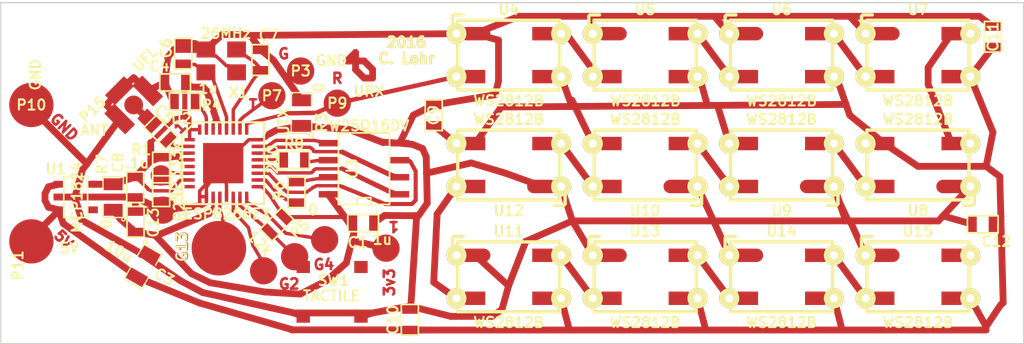
<source format=kicad_pcb>
(kicad_pcb (version 3) (host pcbnew "(2013-jul-07)-stable")

  (general
    (links 167)
    (no_connects 1)
    (area 36.525999 29.02324 112.826001 54.660001)
    (thickness 1.6)
    (drawings 17)
    (tracks 498)
    (zones 0)
    (modules 51)
    (nets 35)
  )

  (page User 139.7 139.7)
  (layers
    (15 F.Cu signal)
    (0 B.Cu signal)
    (16 B.Adhes user)
    (17 F.Adhes user)
    (18 B.Paste user)
    (19 F.Paste user)
    (20 B.SilkS user)
    (21 F.SilkS user)
    (22 B.Mask user)
    (23 F.Mask user)
    (24 Dwgs.User user)
    (25 Cmts.User user)
    (26 Eco1.User user)
    (27 Eco2.User user)
    (28 Edge.Cuts user)
  )

  (setup
    (last_trace_width 0.3048)
    (trace_clearance 0.2413)
    (zone_clearance 0.508)
    (zone_45_only no)
    (trace_min 0.1778)
    (segment_width 0.2)
    (edge_width 0.1)
    (via_size 0.889)
    (via_drill 0.635)
    (via_min_size 0.889)
    (via_min_drill 0.508)
    (uvia_size 0.508)
    (uvia_drill 0.127)
    (uvias_allowed no)
    (uvia_min_size 0.508)
    (uvia_min_drill 0.127)
    (pcb_text_width 0.3)
    (pcb_text_size 0.762 0.762)
    (mod_edge_width 0.15)
    (mod_text_size 0.762 0.762)
    (mod_text_width 0.15)
    (pad_size 3.301 3.301)
    (pad_drill 0)
    (pad_to_mask_clearance 0)
    (aux_axis_origin 0 0)
    (visible_elements FFFFFFBF)
    (pcbplotparams
      (layerselection 32768)
      (usegerberextensions false)
      (excludeedgelayer false)
      (linewidth 0.150000)
      (plotframeref false)
      (viasonmask false)
      (mode 1)
      (useauxorigin false)
      (hpglpennumber 1)
      (hpglpenspeed 20)
      (hpglpendiameter 15)
      (hpglpenoverlay 2)
      (psnegative false)
      (psa4output false)
      (plotreference true)
      (plotvalue true)
      (plotothertext true)
      (plotinvisibletext false)
      (padsonsilk false)
      (subtractmaskfromsilk false)
      (outputformat 2)
      (mirror false)
      (drillshape 1)
      (scaleselection 1)
      (outputdirectory ""))
  )

  (net 0 "")
  (net 1 +3.3V)
  (net 2 +5V)
  (net 3 GND)
  (net 4 GP0)
  (net 5 N-0000010)
  (net 6 N-0000011)
  (net 7 N-0000012)
  (net 8 N-0000014)
  (net 9 N-0000015)
  (net 10 N-0000016)
  (net 11 N-0000017)
  (net 12 N-000002)
  (net 13 N-0000020)
  (net 14 N-0000021)
  (net 15 N-0000022)
  (net 16 N-0000023)
  (net 17 N-0000024)
  (net 18 N-0000025)
  (net 19 N-0000026)
  (net 20 N-0000031)
  (net 21 N-0000032)
  (net 22 N-0000034)
  (net 23 N-0000035)
  (net 24 N-0000036)
  (net 25 N-0000037)
  (net 26 N-0000038)
  (net 27 N-0000039)
  (net 28 N-000004)
  (net 29 N-0000040)
  (net 30 N-000005)
  (net 31 N-000006)
  (net 32 N-000007)
  (net 33 N-000008)
  (net 34 URXD)

  (net_class Default "This is the default net class."
    (clearance 0.2413)
    (trace_width 0.3048)
    (via_dia 0.889)
    (via_drill 0.635)
    (uvia_dia 0.508)
    (uvia_drill 0.127)
    (add_net "")
    (add_net +3.3V)
    (add_net +5V)
    (add_net GND)
    (add_net GP0)
    (add_net N-0000010)
    (add_net N-0000011)
    (add_net N-0000012)
    (add_net N-0000014)
    (add_net N-0000015)
    (add_net N-0000016)
    (add_net N-0000017)
    (add_net N-000002)
    (add_net N-0000020)
    (add_net N-0000021)
    (add_net N-0000022)
    (add_net N-0000023)
    (add_net N-0000024)
    (add_net N-0000025)
    (add_net N-0000026)
    (add_net N-0000031)
    (add_net N-0000032)
    (add_net N-0000034)
    (add_net N-0000035)
    (add_net N-0000036)
    (add_net N-0000037)
    (add_net N-0000038)
    (add_net N-0000039)
    (add_net N-000004)
    (add_net N-0000040)
    (add_net N-000005)
    (add_net N-000006)
    (add_net N-000007)
    (add_net N-000008)
    (add_net URXD)
  )

  (module .1SMTPIN (layer F.Cu) (tedit 5755C318) (tstamp 5755C31F)
    (at 46.482 36.83)
    (path /5752F00C)
    (fp_text reference P2 (at -1.71196 2.89052) (layer F.SilkS) hide
      (effects (font (size 0.762 0.762) (thickness 0.15)))
    )
    (fp_text value ANT (at -2.93878 1.87706) (layer F.SilkS)
      (effects (font (size 0.762 0.762) (thickness 0.15)))
    )
    (pad 1 smd circle (at 0 0) (size 1.397 1.397)
      (layers F.Cu F.Paste F.Mask)
      (net 21 N-0000032)
    )
  )

  (module SM0805 (layer F.Cu) (tedit 5755C475) (tstamp 55C8BAD7)
    (at 47.18812 48.84166 240)
    (path /55C8C2DE)
    (attr smd)
    (fp_text reference C3 (at -0.089413 -1.755068 330) (layer F.SilkS)
      (effects (font (size 0.762 0.762) (thickness 0.15)))
    )
    (fp_text value 10u (at -0.0466 2.1114 330) (layer F.SilkS)
      (effects (font (size 0.762 0.762) (thickness 0.15)))
    )
    (fp_circle (center -1.651 0.762) (end -1.651 0.635) (layer F.SilkS) (width 0.09906))
    (fp_line (start -0.508 0.762) (end -1.524 0.762) (layer F.SilkS) (width 0.09906))
    (fp_line (start -1.524 0.762) (end -1.524 -0.762) (layer F.SilkS) (width 0.09906))
    (fp_line (start -1.524 -0.762) (end -0.508 -0.762) (layer F.SilkS) (width 0.09906))
    (fp_line (start 0.508 -0.762) (end 1.524 -0.762) (layer F.SilkS) (width 0.09906))
    (fp_line (start 1.524 -0.762) (end 1.524 0.762) (layer F.SilkS) (width 0.09906))
    (fp_line (start 1.524 0.762) (end 0.508 0.762) (layer F.SilkS) (width 0.09906))
    (pad 1 smd rect (at -0.9525 0 240) (size 0.889 1.397)
      (layers F.Cu F.Paste F.Mask)
      (net 3 GND)
    )
    (pad 2 smd rect (at 0.9525 0 240) (size 0.889 1.397)
      (layers F.Cu F.Paste F.Mask)
      (net 2 +5V)
    )
    (model smd/chip_cms.wrl
      (at (xyz 0 0 0))
      (scale (xyz 0.1 0.1 0.1))
      (rotate (xyz 0 0 0))
    )
  )

  (module QFN32 (layer F.Cu) (tedit 5755BC51) (tstamp 5755C5B7)
    (at 53.1506 41.1666)
    (descr "Support CMS Plcc 32 pins")
    (tags "CMS Plcc")
    (path /55C8B6FD)
    (attr smd)
    (fp_text reference U2 (at -3.1126 -3.3206) (layer F.SilkS)
      (effects (font (size 0.762 0.762) (thickness 0.15)))
    )
    (fp_text value ESP8266EX (at 0.30878 3.77616) (layer F.SilkS)
      (effects (font (size 0.762 0.762) (thickness 0.15)))
    )
    (fp_line (start -2.0955 -3.048) (end 2.0955 -3.048) (layer F.SilkS) (width 0.1524))
    (fp_line (start 2.0955 -3.048) (end 3.048 -3.048) (layer F.SilkS) (width 0.1524))
    (fp_line (start 3.048 -3.048) (end 3.048 3.048) (layer F.SilkS) (width 0.1524))
    (fp_line (start 3.048 3.048) (end -3.048 3.048) (layer F.SilkS) (width 0.1524))
    (fp_line (start -3.048 3.048) (end -3.048 -2.0955) (layer F.SilkS) (width 0.1524))
    (fp_line (start -3.048 -2.0955) (end -2.0955 -3.048) (layer F.SilkS) (width 0.1524))
    (pad 31 smd rect (at -1.24968 -2.49936) (size 0.254 0.762)
      (layers F.Cu F.Paste F.Mask)
      (net 11 N-0000017)
    )
    (pad 30 smd rect (at -0.7493 -2.49936) (size 0.254 0.762)
      (layers F.Cu F.Paste F.Mask)
      (net 1 +3.3V)
    )
    (pad 29 smd rect (at -0.24892 -2.49936) (size 0.254 0.762)
      (layers F.Cu F.Paste F.Mask)
      (net 1 +3.3V)
    )
    (pad 32 smd rect (at -1.75006 -2.49936) (size 0.254 0.762)
      (layers F.Cu F.Paste F.Mask)
      (net 1 +3.3V)
    )
    (pad 1 smd rect (at -2.49936 -1.75006 90) (size 0.254 0.762)
      (layers F.Cu F.Paste F.Mask)
      (net 1 +3.3V)
    )
    (pad 2 smd rect (at -2.49936 -1.24968 90) (size 0.254 0.762)
      (layers F.Cu F.Paste F.Mask)
      (net 13 N-0000020)
    )
    (pad 3 smd rect (at -2.49936 -0.7493 90) (size 0.254 0.762)
      (layers F.Cu F.Paste F.Mask)
      (net 1 +3.3V)
    )
    (pad 4 smd rect (at -2.49936 -0.24892 90) (size 0.254 0.762)
      (layers F.Cu F.Paste F.Mask)
      (net 1 +3.3V)
    )
    (pad 5 smd rect (at -2.49936 0.24892 90) (size 0.254 0.762)
      (layers F.Cu F.Paste F.Mask)
    )
    (pad 6 smd rect (at -2.49936 0.7493 90) (size 0.254 0.762)
      (layers F.Cu F.Paste F.Mask)
      (net 27 N-0000039)
    )
    (pad 7 smd rect (at -2.49936 1.24968 90) (size 0.254 0.762)
      (layers F.Cu F.Paste F.Mask)
      (net 1 +3.3V)
    )
    (pad 8 smd rect (at -2.49936 1.75006 90) (size 0.254 0.762)
      (layers F.Cu F.Paste F.Mask)
    )
    (pad 16 smd rect (at 1.75006 2.49936) (size 0.254 0.762)
      (layers F.Cu F.Paste F.Mask)
      (net 17 N-0000024)
    )
    (pad 9 smd rect (at -1.75006 2.49936) (size 0.254 0.762)
      (layers F.Cu F.Paste F.Mask)
      (net 3 GND)
    )
    (pad 10 smd rect (at -1.24968 2.49936) (size 0.254 0.762)
      (layers F.Cu F.Paste F.Mask)
      (net 3 GND)
    )
    (pad 11 smd rect (at -0.7493 2.49936) (size 0.254 0.762)
      (layers F.Cu F.Paste F.Mask)
      (net 1 +3.3V)
    )
    (pad 12 smd rect (at -0.24892 2.49936) (size 0.254 0.762)
      (layers F.Cu F.Paste F.Mask)
      (net 10 N-0000016)
    )
    (pad 13 smd rect (at 0.24892 2.49936) (size 0.254 0.762)
      (layers F.Cu F.Paste F.Mask)
      (net 3 GND)
    )
    (pad 14 smd rect (at 0.7493 2.49936) (size 0.254 0.762)
      (layers F.Cu F.Paste F.Mask)
      (net 18 N-0000025)
    )
    (pad 15 smd rect (at 1.24968 2.49936) (size 0.254 0.762)
      (layers F.Cu F.Paste F.Mask)
      (net 4 GP0)
    )
    (pad 17 smd rect (at 2.49936 1.75006 90) (size 0.254 0.762)
      (layers F.Cu F.Paste F.Mask)
      (net 1 +3.3V)
    )
    (pad 18 smd rect (at 2.49936 1.24968 90) (size 0.254 0.762)
      (layers F.Cu F.Paste F.Mask)
      (net 20 N-0000031)
    )
    (pad 19 smd rect (at 2.49936 0.7493 90) (size 0.254 0.762)
      (layers F.Cu F.Paste F.Mask)
      (net 16 N-0000023)
    )
    (pad 20 smd rect (at 2.49936 0.24892 90) (size 0.254 0.762)
      (layers F.Cu F.Paste F.Mask)
      (net 24 N-0000036)
    )
    (pad 21 smd rect (at 2.49936 -0.24892 90) (size 0.254 0.762)
      (layers F.Cu F.Paste F.Mask)
      (net 14 N-0000021)
    )
    (pad 22 smd rect (at 2.49936 -0.7493 90) (size 0.254 0.762)
      (layers F.Cu F.Paste F.Mask)
      (net 23 N-0000035)
    )
    (pad 23 smd rect (at 2.49936 -1.24968 90) (size 0.254 0.762)
      (layers F.Cu F.Paste F.Mask)
      (net 19 N-0000026)
    )
    (pad 24 smd rect (at 2.49936 -1.75006 90) (size 0.254 0.762)
      (layers F.Cu F.Paste F.Mask)
      (net 3 GND)
    )
    (pad 25 smd rect (at 1.75006 -2.49936) (size 0.254 0.762)
      (layers F.Cu F.Paste F.Mask)
      (net 34 URXD)
    )
    (pad 26 smd rect (at 1.24968 -2.49936) (size 0.254 0.762)
      (layers F.Cu F.Paste F.Mask)
      (net 25 N-0000037)
    )
    (pad 27 smd rect (at 0.7493 -2.49936) (size 0.254 0.762)
      (layers F.Cu F.Paste F.Mask)
      (net 26 N-0000038)
    )
    (pad 28 smd rect (at 0.24892 -2.49936) (size 0.254 0.762)
      (layers F.Cu F.Paste F.Mask)
      (net 29 N-0000040)
    )
    (pad 33 smd rect (at 0 0) (size 2.99974 2.99974)
      (layers F.Cu F.Paste F.Mask)
      (net 3 GND)
    )
  )

  (module XTAL4P (layer F.Cu) (tedit 55E7685D) (tstamp 55C8BB72)
    (at 54.1478 34.4002 180)
    (path /55C8B716)
    (fp_text reference X1 (at -0.13962 -1.49762 180) (layer F.SilkS)
      (effects (font (size 0.762 0.762) (thickness 0.15)))
    )
    (fp_text value 26MHz (at 0.8078 2.9042 180) (layer F.SilkS)
      (effects (font (size 0.762 0.762) (thickness 0.15)))
    )
    (pad 4 smd rect (at 0 0 180) (size 1.397 1.1938)
      (layers F.Cu F.Paste F.Mask)
      (net 3 GND)
    )
    (pad 1 smd rect (at 0 1.7018 180) (size 1.397 1.1938)
      (layers F.Cu F.Paste F.Mask)
      (net 26 N-0000038)
    )
    (pad 3 smd rect (at 2.286 1.7018 180) (size 1.397 1.1938)
      (layers F.Cu F.Paste F.Mask)
      (net 3 GND)
    )
    (pad 2 smd rect (at 2.286 0 180) (size 1.397 1.1938)
      (layers F.Cu F.Paste F.Mask)
      (net 29 N-0000040)
    )
  )

  (module .1SMTPIN (layer F.Cu) (tedit 55C8FB3D) (tstamp 55C8BB77)
    (at 48.641 44.66336)
    (path /55C8B809)
    (fp_text reference P4 (at 0 0) (layer F.SilkS) hide
      (effects (font (size 0.762 0.762) (thickness 0.15)))
    )
    (fp_text value GND (at 0 0) (layer F.SilkS) hide
      (effects (font (size 0.762 0.762) (thickness 0.15)))
    )
    (pad 1 smd circle (at 0 0) (size 2.032 2.032)
      (layers F.Cu F.Paste F.Mask)
      (net 3 GND)
    )
  )

  (module .1SMTPIN (layer F.Cu) (tedit 55C8FB36) (tstamp 55C8BB7C)
    (at 65.278 47.498)
    (path /55C8B835)
    (fp_text reference P5 (at 0 0) (layer F.SilkS) hide
      (effects (font (size 0.762 0.762) (thickness 0.15)))
    )
    (fp_text value 5V (at 0 0) (layer F.SilkS) hide
      (effects (font (size 0.762 0.762) (thickness 0.15)))
    )
    (pad 1 smd circle (at 0 0) (size 2.032 2.032)
      (layers F.Cu F.Paste F.Mask)
      (net 1 +3.3V)
    )
  )

  (module .1SMTPIN (layer F.Cu) (tedit 57531228) (tstamp 55C8BB81)
    (at 58.92038 34.30016)
    (path /55C8B83B)
    (fp_text reference P3 (at 0 0) (layer F.SilkS)
      (effects (font (size 0.762 0.762) (thickness 0.15)))
    )
    (fp_text value GND (at 2.29362 -0.77216) (layer F.SilkS)
      (effects (font (size 0.762 0.762) (thickness 0.15)))
    )
    (pad 1 smd circle (at 0 0) (size 2.032 2.032)
      (layers F.Cu F.Paste F.Mask)
      (net 3 GND)
    )
  )

  (module .1SMTPIN (layer F.Cu) (tedit 5755BE96) (tstamp 55C8BB86)
    (at 48.51146 42.07764 90)
    (path /55C8B86A)
    (fp_text reference P1 (at 0 0 90) (layer F.SilkS) hide
      (effects (font (size 0.762 0.762) (thickness 0.15)))
    )
    (fp_text value MIC (at 1.06934 -1.98882 180) (layer F.SilkS) hide
      (effects (font (size 0.762 0.762) (thickness 0.15)))
    )
    (pad 1 smd circle (at 0 0 90) (size 1.524 1.524)
      (layers F.Cu F.Paste F.Mask)
      (net 27 N-0000039)
    )
  )

  (module .1SMTPIN (layer F.Cu) (tedit 55C8FB1C) (tstamp 55C8BB90)
    (at 58.4708 48.133)
    (path /55C8B8D4)
    (fp_text reference P8 (at 0 0) (layer F.SilkS) hide
      (effects (font (size 0.762 0.762) (thickness 0.15)))
    )
    (fp_text value GPIO0 (at -0.1459 3.1216) (layer F.SilkS) hide
      (effects (font (size 0.762 0.762) (thickness 0.15)))
    )
    (pad 1 smd circle (at 0 0) (size 2.032 2.032)
      (layers F.Cu F.Paste F.Mask)
      (net 4 GP0)
    )
  )

  (module .1SMTPIN (layer F.Cu) (tedit 57531225) (tstamp 55C8BB95)
    (at 56.7758 36.1443)
    (path /55C8B8E6)
    (fp_text reference P7 (at 0 0) (layer F.SilkS)
      (effects (font (size 0.762 0.762) (thickness 0.15)))
    )
    (fp_text value UTX (at 0.8822 1.9557 90) (layer F.SilkS)
      (effects (font (size 0.762 0.762) (thickness 0.15)))
    )
    (pad 1 smd circle (at 0 0) (size 2.032 2.032)
      (layers F.Cu F.Paste F.Mask)
      (net 25 N-0000037)
    )
  )

  (module .1SMTPIN (layer F.Cu) (tedit 5753122B) (tstamp 55C8BB9A)
    (at 61.64834 36.69792)
    (path /55C8B8EC)
    (fp_text reference P9 (at 0 0) (layer F.SilkS)
      (effects (font (size 0.762 0.762) (thickness 0.15)))
    )
    (fp_text value URX (at 2.35966 -0.88392) (layer F.SilkS)
      (effects (font (size 0.762 0.762) (thickness 0.15)))
    )
    (pad 1 smd circle (at 0 0) (size 2.032 2.032)
      (layers F.Cu F.Paste F.Mask)
      (net 34 URXD)
    )
  )

  (module .1SMTPIN (layer F.Cu) (tedit 55C8FB22) (tstamp 55C8BB9F)
    (at 56.16194 49.18202)
    (path /55C8B90A)
    (fp_text reference P6 (at 0 0) (layer F.SilkS) hide
      (effects (font (size 0.762 0.762) (thickness 0.15)))
    )
    (fp_text value GPIO2 (at -0.2391 -1.5268) (layer F.SilkS) hide
      (effects (font (size 0.762 0.762) (thickness 0.15)))
    )
    (pad 1 smd circle (at 0 0) (size 2.032 2.032)
      (layers F.Cu F.Paste F.Mask)
      (net 18 N-0000025)
    )
  )

  (module .1SMTPIN (layer F.Cu) (tedit 575654D1) (tstamp 55C8BBA4)
    (at 38.862 46.99)
    (path /55C8C79F)
    (fp_text reference P11 (at -1.0033 1.78054 90) (layer F.SilkS)
      (effects (font (size 0.762 0.762) (thickness 0.15)))
    )
    (fp_text value 5V (at 2.8067 0.51054) (layer F.SilkS)
      (effects (font (size 0.762 0.762) (thickness 0.15)))
    )
    (pad 1 smd circle (at 0 0) (size 3.301 3.301)
      (layers F.Cu F.Paste F.Mask)
      (net 2 +5V)
    )
  )

  (module .1SMTPIN (layer F.Cu) (tedit 5754A915) (tstamp 55C8BBA9)
    (at 38.862 36.83)
    (path /55C8C838)
    (fp_text reference P10 (at 0 0) (layer F.SilkS)
      (effects (font (size 0.762 0.762) (thickness 0.15)))
    )
    (fp_text value GND (at 0.29718 -2.2479 90) (layer F.SilkS)
      (effects (font (size 0.762 0.762) (thickness 0.15)))
    )
    (pad 1 smd circle (at 0 0) (size 3.302 3.302)
      (layers F.Cu F.Paste F.Mask)
      (net 3 GND)
    )
  )

  (module SO8ESKINNY (layer F.Cu) (tedit 5755BCA8) (tstamp 55C8BDDD)
    (at 63.6382 41.5796 90)
    (descr "module CMS SOJ 8 pins etroit")
    (tags "CMS SOJ")
    (path /55C8B733)
    (attr smd)
    (fp_text reference U3 (at 0 -0.889 90) (layer F.SilkS)
      (effects (font (size 0.762 0.762) (thickness 0.15)))
    )
    (fp_text value W25Q16DV (at 3.19258 0.3698 180) (layer F.SilkS)
      (effects (font (size 0.762 0.762) (thickness 0.15)))
    )
    (fp_line (start -2.667 1.778) (end -2.667 1.905) (layer F.SilkS) (width 0.127))
    (fp_line (start -2.667 1.905) (end 2.667 1.905) (layer F.SilkS) (width 0.127))
    (fp_line (start 2.667 -1.905) (end -2.667 -1.905) (layer F.SilkS) (width 0.127))
    (fp_line (start -2.667 -1.905) (end -2.667 1.778) (layer F.SilkS) (width 0.127))
    (fp_line (start -2.667 -0.508) (end -2.159 -0.508) (layer F.SilkS) (width 0.127))
    (fp_line (start -2.159 -0.508) (end -2.159 0.508) (layer F.SilkS) (width 0.127))
    (fp_line (start -2.159 0.508) (end -2.667 0.508) (layer F.SilkS) (width 0.127))
    (fp_line (start 2.667 -1.905) (end 2.667 1.905) (layer F.SilkS) (width 0.127))
    (pad 8 smd rect (at -1.905 -2.667 90) (size 0.4826 1.39954)
      (layers F.Cu F.Paste F.Mask)
      (net 1 +3.3V)
    )
    (pad 1 smd rect (at -1.905 2.667 90) (size 0.4826 1.39954)
      (layers F.Cu F.Paste F.Mask)
      (net 24 N-0000036)
    )
    (pad 7 smd rect (at -0.635 -2.667 90) (size 0.4826 1.39954)
      (layers F.Cu F.Paste F.Mask)
      (net 22 N-0000034)
    )
    (pad 6 smd rect (at 0.635 -2.667 90) (size 0.4826 1.39954)
      (layers F.Cu F.Paste F.Mask)
      (net 15 N-0000022)
    )
    (pad 5 smd rect (at 1.905 -2.667 90) (size 0.4826 1.39954)
      (layers F.Cu F.Paste F.Mask)
      (net 19 N-0000026)
    )
    (pad 2 smd rect (at -0.635 2.667 90) (size 0.4826 1.39954)
      (layers F.Cu F.Paste F.Mask)
      (net 23 N-0000035)
    )
    (pad 3 smd rect (at 0.635 2.667 90) (size 0.4826 1.39954)
      (layers F.Cu F.Paste F.Mask)
      (net 16 N-0000023)
    )
    (pad 4 smd rect (at 1.905 2.667 90) (size 0.4826 1.39954)
      (layers F.Cu F.Paste F.Mask)
      (net 3 GND)
    )
    (model smd/cms_so8.wrl
      (at (xyz 0 0 0))
      (scale (xyz 0.5 0.32 0.5))
      (rotate (xyz 0 0 0))
    )
  )

  (module .1SMTPIN (layer F.Cu) (tedit 55C8FB19) (tstamp 55C8EFD8)
    (at 60.706 46.863)
    (path /55C8F0CA)
    (fp_text reference P14 (at 0 0) (layer F.SilkS) hide
      (effects (font (size 0.762 0.762) (thickness 0.15)))
    )
    (fp_text value GPIO5 (at -0.061 2.1606) (layer F.SilkS) hide
      (effects (font (size 0.762 0.762) (thickness 0.15)))
    )
    (pad 1 smd circle (at 0 0) (size 2.032 2.032)
      (layers F.Cu F.Paste F.Mask)
      (net 17 N-0000024)
    )
  )

  (module SM0603 (layer F.Cu) (tedit 5755C322) (tstamp 55F45DA1)
    (at 48.514 38.862 315)
    (path /55C8B75E)
    (attr smd)
    (fp_text reference C5 (at -0.783078 -1.095591 315) (layer F.SilkS)
      (effects (font (size 0.762 0.762) (thickness 0.15)))
    )
    (fp_text value 5.6p (at -1.07696 0.17526 315) (layer F.SilkS) hide
      (effects (font (size 0.762 0.762) (thickness 0.15)))
    )
    (fp_line (start -1.143 -0.635) (end 1.143 -0.635) (layer F.SilkS) (width 0.127))
    (fp_line (start 1.143 -0.635) (end 1.143 0.635) (layer F.SilkS) (width 0.127))
    (fp_line (start 1.143 0.635) (end -1.143 0.635) (layer F.SilkS) (width 0.127))
    (fp_line (start -1.143 0.635) (end -1.143 -0.635) (layer F.SilkS) (width 0.127))
    (pad 1 smd rect (at -0.762 0 315) (size 0.635 1.143)
      (layers F.Cu F.Paste F.Mask)
      (net 21 N-0000032)
    )
    (pad 2 smd rect (at 0.762 0 315) (size 0.635 1.143)
      (layers F.Cu F.Paste F.Mask)
      (net 13 N-0000020)
    )
    (model smd\resistors\R0603.wrl
      (at (xyz 0 0 0.001))
      (scale (xyz 0.5 0.5 0.5))
      (rotate (xyz 0 0 0))
    )
  )

  (module SM0603 (layer F.Cu) (tedit 55E49A57) (tstamp 55C8BAF1)
    (at 63.5762 45.6311 180)
    (path /55C8C2EA)
    (attr smd)
    (fp_text reference C1 (at 0.4064 -1.44526 180) (layer F.SilkS)
      (effects (font (size 0.762 0.762) (thickness 0.15)))
    )
    (fp_text value 1u (at -1.43256 -1.21666 180) (layer F.SilkS)
      (effects (font (size 0.762 0.762) (thickness 0.15)))
    )
    (fp_line (start -1.143 -0.635) (end 1.143 -0.635) (layer F.SilkS) (width 0.127))
    (fp_line (start 1.143 -0.635) (end 1.143 0.635) (layer F.SilkS) (width 0.127))
    (fp_line (start 1.143 0.635) (end -1.143 0.635) (layer F.SilkS) (width 0.127))
    (fp_line (start -1.143 0.635) (end -1.143 -0.635) (layer F.SilkS) (width 0.127))
    (pad 1 smd rect (at -0.762 0 180) (size 0.635 1.143)
      (layers F.Cu F.Paste F.Mask)
      (net 3 GND)
    )
    (pad 2 smd rect (at 0.762 0 180) (size 0.635 1.143)
      (layers F.Cu F.Paste F.Mask)
      (net 1 +3.3V)
    )
    (model smd\resistors\R0603.wrl
      (at (xyz 0 0 0.001))
      (scale (xyz 0.5 0.5 0.5))
      (rotate (xyz 0 0 0))
    )
  )

  (module SM0603 (layer F.Cu) (tedit 5755C336) (tstamp 55E492AA)
    (at 46.59884 42.95648 90)
    (path /55E475A5)
    (attr smd)
    (fp_text reference C8 (at 1.83134 -1.27762 90) (layer F.SilkS)
      (effects (font (size 0.762 0.762) (thickness 0.15)))
    )
    (fp_text value .1u (at 1.80848 0.13716 180) (layer F.SilkS)
      (effects (font (size 0.762 0.762) (thickness 0.15)))
    )
    (fp_line (start -1.143 -0.635) (end 1.143 -0.635) (layer F.SilkS) (width 0.127))
    (fp_line (start 1.143 -0.635) (end 1.143 0.635) (layer F.SilkS) (width 0.127))
    (fp_line (start 1.143 0.635) (end -1.143 0.635) (layer F.SilkS) (width 0.127))
    (fp_line (start -1.143 0.635) (end -1.143 -0.635) (layer F.SilkS) (width 0.127))
    (pad 1 smd rect (at -0.762 0 90) (size 0.635 1.143)
      (layers F.Cu F.Paste F.Mask)
      (net 3 GND)
    )
    (pad 2 smd rect (at 0.762 0 90) (size 0.635 1.143)
      (layers F.Cu F.Paste F.Mask)
      (net 1 +3.3V)
    )
    (model smd\resistors\R0603.wrl
      (at (xyz 0 0 0.001))
      (scale (xyz 0.5 0.5 0.5))
      (rotate (xyz 0 0 0))
    )
  )

  (module SM0603 (layer F.Cu) (tedit 5752FB19) (tstamp 55E492B5)
    (at 48.53432 43.25112 90)
    (path /55E48F87)
    (attr smd)
    (fp_text reference R2 (at -1.49606 1.35128 90) (layer F.SilkS)
      (effects (font (size 0.762 0.762) (thickness 0.15)))
    )
    (fp_text value NP (at -0.02794 1.14046 90) (layer F.SilkS)
      (effects (font (size 0.762 0.762) (thickness 0.15)))
    )
    (fp_line (start -1.143 -0.635) (end 1.143 -0.635) (layer F.SilkS) (width 0.127))
    (fp_line (start 1.143 -0.635) (end 1.143 0.635) (layer F.SilkS) (width 0.127))
    (fp_line (start 1.143 0.635) (end -1.143 0.635) (layer F.SilkS) (width 0.127))
    (fp_line (start -1.143 0.635) (end -1.143 -0.635) (layer F.SilkS) (width 0.127))
    (pad 1 smd rect (at -0.762 0 90) (size 0.635 1.143)
      (layers F.Cu F.Paste F.Mask)
      (net 3 GND)
    )
    (pad 2 smd rect (at 0.762 0 90) (size 0.635 1.143)
      (layers F.Cu F.Paste F.Mask)
      (net 27 N-0000039)
    )
    (model smd\resistors\R0603.wrl
      (at (xyz 0 0 0.001))
      (scale (xyz 0.5 0.5 0.5))
      (rotate (xyz 0 0 0))
    )
  )

  (module SM0603 (layer F.Cu) (tedit 5755C32C) (tstamp 55E492C0)
    (at 48.53432 41.48836 270)
    (path /55E48F8D)
    (attr smd)
    (fp_text reference R1 (at -1.32334 1.48844 360) (layer F.SilkS)
      (effects (font (size 0.762 0.762) (thickness 0.15)))
    )
    (fp_text value 333k (at -0.49022 -1.11506 270) (layer F.SilkS)
      (effects (font (size 0.762 0.762) (thickness 0.15)))
    )
    (fp_line (start -1.143 -0.635) (end 1.143 -0.635) (layer F.SilkS) (width 0.127))
    (fp_line (start 1.143 -0.635) (end 1.143 0.635) (layer F.SilkS) (width 0.127))
    (fp_line (start 1.143 0.635) (end -1.143 0.635) (layer F.SilkS) (width 0.127))
    (fp_line (start -1.143 0.635) (end -1.143 -0.635) (layer F.SilkS) (width 0.127))
    (pad 1 smd rect (at -0.762 0 270) (size 0.635 1.143)
      (layers F.Cu F.Paste F.Mask)
      (net 1 +3.3V)
    )
    (pad 2 smd rect (at 0.762 0 270) (size 0.635 1.143)
      (layers F.Cu F.Paste F.Mask)
      (net 27 N-0000039)
    )
    (model smd\resistors\R0603.wrl
      (at (xyz 0 0 0.001))
      (scale (xyz 0.5 0.5 0.5))
      (rotate (xyz 0 0 0))
    )
  )

  (module SM0603 (layer F.Cu) (tedit 5755BC4C) (tstamp 55C8BB0B)
    (at 57.15 45.72 45)
    (path /55C8B7BD)
    (attr smd)
    (fp_text reference R5 (at 0.944723 1.461986 45) (layer F.SilkS)
      (effects (font (size 0.762 0.762) (thickness 0.15)))
    )
    (fp_text value 12k (at -1.89663 0.104171 135) (layer F.SilkS)
      (effects (font (size 0.762 0.762) (thickness 0.15)))
    )
    (fp_line (start -1.143 -0.635) (end 1.143 -0.635) (layer F.SilkS) (width 0.127))
    (fp_line (start 1.143 -0.635) (end 1.143 0.635) (layer F.SilkS) (width 0.127))
    (fp_line (start 1.143 0.635) (end -1.143 0.635) (layer F.SilkS) (width 0.127))
    (fp_line (start -1.143 0.635) (end -1.143 -0.635) (layer F.SilkS) (width 0.127))
    (pad 1 smd rect (at -0.762 0 45) (size 0.635 1.143)
      (layers F.Cu F.Paste F.Mask)
      (net 4 GP0)
    )
    (pad 2 smd rect (at 0.762 0 45) (size 0.635 1.143)
      (layers F.Cu F.Paste F.Mask)
      (net 1 +3.3V)
    )
    (model smd\resistors\R0603.wrl
      (at (xyz 0 0 0.001))
      (scale (xyz 0.5 0.5 0.5))
      (rotate (xyz 0 0 0))
    )
  )

  (module SM0603 (layer F.Cu) (tedit 5755BF1D) (tstamp 55C8BB18)
    (at 50.292 36.576)
    (path /55C8B7AB)
    (attr smd)
    (fp_text reference R4 (at 1.99898 0.26416) (layer F.SilkS)
      (effects (font (size 0.762 0.762) (thickness 0.15)))
    )
    (fp_text value 12k (at 0 0) (layer F.SilkS) hide
      (effects (font (size 0.762 0.762) (thickness 0.15)))
    )
    (fp_line (start -1.143 -0.635) (end 1.143 -0.635) (layer F.SilkS) (width 0.127))
    (fp_line (start 1.143 -0.635) (end 1.143 0.635) (layer F.SilkS) (width 0.127))
    (fp_line (start 1.143 0.635) (end -1.143 0.635) (layer F.SilkS) (width 0.127))
    (fp_line (start -1.143 0.635) (end -1.143 -0.635) (layer F.SilkS) (width 0.127))
    (pad 1 smd rect (at -0.762 0) (size 0.635 1.143)
      (layers F.Cu F.Paste F.Mask)
      (net 3 GND)
    )
    (pad 2 smd rect (at 0.762 0) (size 0.635 1.143)
      (layers F.Cu F.Paste F.Mask)
      (net 11 N-0000017)
    )
    (model smd\resistors\R0603.wrl
      (at (xyz 0 0 0.001))
      (scale (xyz 0.5 0.5 0.5))
      (rotate (xyz 0 0 0))
    )
  )

  (module SM0603 (layer F.Cu) (tedit 5755BF18) (tstamp 55E499FC)
    (at 55.922 33.482 90)
    (path /55C8B894)
    (attr smd)
    (fp_text reference C7 (at 1.84376 0.62348 180) (layer F.SilkS)
      (effects (font (size 0.762 0.762) (thickness 0.15)))
    )
    (fp_text value 12p (at 0 0 90) (layer F.SilkS) hide
      (effects (font (size 0.762 0.762) (thickness 0.15)))
    )
    (fp_line (start -1.143 -0.635) (end 1.143 -0.635) (layer F.SilkS) (width 0.127))
    (fp_line (start 1.143 -0.635) (end 1.143 0.635) (layer F.SilkS) (width 0.127))
    (fp_line (start 1.143 0.635) (end -1.143 0.635) (layer F.SilkS) (width 0.127))
    (fp_line (start -1.143 0.635) (end -1.143 -0.635) (layer F.SilkS) (width 0.127))
    (pad 1 smd rect (at -0.762 0 90) (size 0.635 1.143)
      (layers F.Cu F.Paste F.Mask)
      (net 26 N-0000038)
    )
    (pad 2 smd rect (at 0.762 0 90) (size 0.635 1.143)
      (layers F.Cu F.Paste F.Mask)
      (net 3 GND)
    )
    (model smd\resistors\R0603.wrl
      (at (xyz 0 0 0.001))
      (scale (xyz 0.5 0.5 0.5))
      (rotate (xyz 0 0 0))
    )
  )

  (module SM0603 (layer F.Cu) (tedit 5755BF15) (tstamp 55C8BACA)
    (at 50.17262 33.00476 90)
    (path /55C8B88E)
    (attr smd)
    (fp_text reference C6 (at 0.4064 -1.26238 90) (layer F.SilkS)
      (effects (font (size 0.762 0.762) (thickness 0.15)))
    )
    (fp_text value 12p (at 0 0 90) (layer F.SilkS) hide
      (effects (font (size 0.762 0.762) (thickness 0.15)))
    )
    (fp_line (start -1.143 -0.635) (end 1.143 -0.635) (layer F.SilkS) (width 0.127))
    (fp_line (start 1.143 -0.635) (end 1.143 0.635) (layer F.SilkS) (width 0.127))
    (fp_line (start 1.143 0.635) (end -1.143 0.635) (layer F.SilkS) (width 0.127))
    (fp_line (start -1.143 0.635) (end -1.143 -0.635) (layer F.SilkS) (width 0.127))
    (pad 1 smd rect (at -0.762 0 90) (size 0.635 1.143)
      (layers F.Cu F.Paste F.Mask)
      (net 29 N-0000040)
    )
    (pad 2 smd rect (at 0.762 0 90) (size 0.635 1.143)
      (layers F.Cu F.Paste F.Mask)
      (net 3 GND)
    )
    (model smd\resistors\R0603.wrl
      (at (xyz 0 0 0.001))
      (scale (xyz 0.5 0.5 0.5))
      (rotate (xyz 0 0 0))
    )
  )

  (module SM0603 (layer F.Cu) (tedit 55E76862) (tstamp 55E70A1E)
    (at 49.57064 35.1536)
    (path /55E70B25)
    (attr smd)
    (fp_text reference C4 (at -1.16586 -1.22174) (layer F.SilkS)
      (effects (font (size 0.762 0.762) (thickness 0.15)))
    )
    (fp_text value .1u (at 2.27584 0.43688) (layer F.SilkS)
      (effects (font (size 0.762 0.762) (thickness 0.15)))
    )
    (fp_line (start -1.143 -0.635) (end 1.143 -0.635) (layer F.SilkS) (width 0.127))
    (fp_line (start 1.143 -0.635) (end 1.143 0.635) (layer F.SilkS) (width 0.127))
    (fp_line (start 1.143 0.635) (end -1.143 0.635) (layer F.SilkS) (width 0.127))
    (fp_line (start -1.143 0.635) (end -1.143 -0.635) (layer F.SilkS) (width 0.127))
    (pad 1 smd rect (at -0.762 0) (size 0.635 1.143)
      (layers F.Cu F.Paste F.Mask)
      (net 3 GND)
    )
    (pad 2 smd rect (at 0.762 0) (size 0.635 1.143)
      (layers F.Cu F.Paste F.Mask)
      (net 1 +3.3V)
    )
    (model smd\resistors\R0603.wrl
      (at (xyz 0 0 0.001))
      (scale (xyz 0.5 0.5 0.5))
      (rotate (xyz 0 0 0))
    )
  )

  (module WS2812BP (layer F.Cu) (tedit 5747A75B) (tstamp 5752F1B3)
    (at 74.422 33.02 180)
    (path /5752F183)
    (fp_text reference U4 (at 0 3.29946 180) (layer F.SilkS)
      (effects (font (size 0.762 0.762) (thickness 0.15)))
    )
    (fp_text value WS2812B (at 0 -3.50012 180) (layer F.SilkS)
      (effects (font (size 0.762 0.762) (thickness 0.15)))
    )
    (fp_line (start 4.09956 2.90068) (end 4.20116 2.79908) (layer F.SilkS) (width 0.254))
    (fp_line (start 4.20116 2.79908) (end 4.20116 2.10058) (layer F.SilkS) (width 0.254))
    (fp_line (start 3.40106 2.90068) (end 4.09956 2.90068) (layer F.SilkS) (width 0.254))
    (fp_line (start 3.79984 -2.70002) (end 3.79984 2.49936) (layer F.SilkS) (width 0.254))
    (fp_line (start 3.79984 2.49936) (end -3.79984 2.49936) (layer F.SilkS) (width 0.254))
    (fp_line (start -3.79984 2.49936) (end -3.79984 -2.70002) (layer F.SilkS) (width 0.254))
    (fp_line (start -3.79984 -2.70002) (end 3.79984 -2.70002) (layer F.SilkS) (width 0.254))
    (pad 1 smd rect (at -2.49936 -1.69926 180) (size 1.50114 1.00076)
      (layers F.Cu F.Paste F.Mask)
      (net 2 +5V)
    )
    (pad 2 smd rect (at -2.49936 1.50114 180) (size 1.50114 1.00076)
      (layers F.Cu F.Paste F.Mask)
      (net 6 N-0000011)
    )
    (pad 3 smd oval (at 2.49936 1.50114 180) (size 2.26314 1.00076)
      (layers F.Cu F.Paste F.Mask)
      (net 3 GND)
    )
    (pad 4 smd rect (at 2.49936 -1.69926 180) (size 1.50114 1.00076)
      (layers F.Cu F.Paste F.Mask)
      (net 34 URXD)
    )
    (pad 1 thru_hole circle (at -3.9 -1.7 180) (size 1.5 1.5) (drill 0.6)
      (layers *.Cu *.Mask F.SilkS)
      (net 2 +5V)
    )
    (pad 2 thru_hole circle (at -3.9 1.5 180) (size 1.5 1.5) (drill 0.6)
      (layers *.Cu *.Mask F.SilkS)
      (net 6 N-0000011)
    )
    (pad 3 thru_hole circle (at 3.9 1.5 180) (size 1.5 1.5) (drill 0.6)
      (layers *.Cu *.Mask F.SilkS)
      (net 3 GND)
    )
    (pad 4 thru_hole circle (at 3.9 -1.7 180) (size 1.5 1.5) (drill 0.6)
      (layers *.Cu *.Mask F.SilkS)
      (net 34 URXD)
    )
  )

  (module WS2812BP (layer F.Cu) (tedit 5747A75B) (tstamp 5752F1C6)
    (at 84.582 33.02 180)
    (path /5752F1CF)
    (fp_text reference U5 (at 0 3.29946 180) (layer F.SilkS)
      (effects (font (size 0.762 0.762) (thickness 0.15)))
    )
    (fp_text value WS2812B (at 0 -3.50012 180) (layer F.SilkS)
      (effects (font (size 0.762 0.762) (thickness 0.15)))
    )
    (fp_line (start 4.09956 2.90068) (end 4.20116 2.79908) (layer F.SilkS) (width 0.254))
    (fp_line (start 4.20116 2.79908) (end 4.20116 2.10058) (layer F.SilkS) (width 0.254))
    (fp_line (start 3.40106 2.90068) (end 4.09956 2.90068) (layer F.SilkS) (width 0.254))
    (fp_line (start 3.79984 -2.70002) (end 3.79984 2.49936) (layer F.SilkS) (width 0.254))
    (fp_line (start 3.79984 2.49936) (end -3.79984 2.49936) (layer F.SilkS) (width 0.254))
    (fp_line (start -3.79984 2.49936) (end -3.79984 -2.70002) (layer F.SilkS) (width 0.254))
    (fp_line (start -3.79984 -2.70002) (end 3.79984 -2.70002) (layer F.SilkS) (width 0.254))
    (pad 1 smd rect (at -2.49936 -1.69926 180) (size 1.50114 1.00076)
      (layers F.Cu F.Paste F.Mask)
      (net 2 +5V)
    )
    (pad 2 smd rect (at -2.49936 1.50114 180) (size 1.50114 1.00076)
      (layers F.Cu F.Paste F.Mask)
      (net 7 N-0000012)
    )
    (pad 3 smd oval (at 2.49936 1.50114 180) (size 2.26314 1.00076)
      (layers F.Cu F.Paste F.Mask)
      (net 3 GND)
    )
    (pad 4 smd rect (at 2.49936 -1.69926 180) (size 1.50114 1.00076)
      (layers F.Cu F.Paste F.Mask)
      (net 6 N-0000011)
    )
    (pad 1 thru_hole circle (at -3.9 -1.7 180) (size 1.5 1.5) (drill 0.6)
      (layers *.Cu *.Mask F.SilkS)
      (net 2 +5V)
    )
    (pad 2 thru_hole circle (at -3.9 1.5 180) (size 1.5 1.5) (drill 0.6)
      (layers *.Cu *.Mask F.SilkS)
      (net 7 N-0000012)
    )
    (pad 3 thru_hole circle (at 3.9 1.5 180) (size 1.5 1.5) (drill 0.6)
      (layers *.Cu *.Mask F.SilkS)
      (net 3 GND)
    )
    (pad 4 thru_hole circle (at 3.9 -1.7 180) (size 1.5 1.5) (drill 0.6)
      (layers *.Cu *.Mask F.SilkS)
      (net 6 N-0000011)
    )
  )

  (module WS2812BP (layer F.Cu) (tedit 5747A75B) (tstamp 5752F1D9)
    (at 94.742 33.02 180)
    (path /5752F1E1)
    (fp_text reference U6 (at 0 3.29946 180) (layer F.SilkS)
      (effects (font (size 0.762 0.762) (thickness 0.15)))
    )
    (fp_text value WS2812B (at 0 -3.50012 180) (layer F.SilkS)
      (effects (font (size 0.762 0.762) (thickness 0.15)))
    )
    (fp_line (start 4.09956 2.90068) (end 4.20116 2.79908) (layer F.SilkS) (width 0.254))
    (fp_line (start 4.20116 2.79908) (end 4.20116 2.10058) (layer F.SilkS) (width 0.254))
    (fp_line (start 3.40106 2.90068) (end 4.09956 2.90068) (layer F.SilkS) (width 0.254))
    (fp_line (start 3.79984 -2.70002) (end 3.79984 2.49936) (layer F.SilkS) (width 0.254))
    (fp_line (start 3.79984 2.49936) (end -3.79984 2.49936) (layer F.SilkS) (width 0.254))
    (fp_line (start -3.79984 2.49936) (end -3.79984 -2.70002) (layer F.SilkS) (width 0.254))
    (fp_line (start -3.79984 -2.70002) (end 3.79984 -2.70002) (layer F.SilkS) (width 0.254))
    (pad 1 smd rect (at -2.49936 -1.69926 180) (size 1.50114 1.00076)
      (layers F.Cu F.Paste F.Mask)
      (net 2 +5V)
    )
    (pad 2 smd rect (at -2.49936 1.50114 180) (size 1.50114 1.00076)
      (layers F.Cu F.Paste F.Mask)
      (net 8 N-0000014)
    )
    (pad 3 smd oval (at 2.49936 1.50114 180) (size 2.26314 1.00076)
      (layers F.Cu F.Paste F.Mask)
      (net 3 GND)
    )
    (pad 4 smd rect (at 2.49936 -1.69926 180) (size 1.50114 1.00076)
      (layers F.Cu F.Paste F.Mask)
      (net 7 N-0000012)
    )
    (pad 1 thru_hole circle (at -3.9 -1.7 180) (size 1.5 1.5) (drill 0.6)
      (layers *.Cu *.Mask F.SilkS)
      (net 2 +5V)
    )
    (pad 2 thru_hole circle (at -3.9 1.5 180) (size 1.5 1.5) (drill 0.6)
      (layers *.Cu *.Mask F.SilkS)
      (net 8 N-0000014)
    )
    (pad 3 thru_hole circle (at 3.9 1.5 180) (size 1.5 1.5) (drill 0.6)
      (layers *.Cu *.Mask F.SilkS)
      (net 3 GND)
    )
    (pad 4 thru_hole circle (at 3.9 -1.7 180) (size 1.5 1.5) (drill 0.6)
      (layers *.Cu *.Mask F.SilkS)
      (net 7 N-0000012)
    )
  )

  (module WS2812BP (layer F.Cu) (tedit 5747A75B) (tstamp 5752F1EC)
    (at 104.902 33.02 180)
    (path /5752F1F3)
    (fp_text reference U7 (at 0 3.29946 180) (layer F.SilkS)
      (effects (font (size 0.762 0.762) (thickness 0.15)))
    )
    (fp_text value WS2812B (at 0 -3.50012 180) (layer F.SilkS)
      (effects (font (size 0.762 0.762) (thickness 0.15)))
    )
    (fp_line (start 4.09956 2.90068) (end 4.20116 2.79908) (layer F.SilkS) (width 0.254))
    (fp_line (start 4.20116 2.79908) (end 4.20116 2.10058) (layer F.SilkS) (width 0.254))
    (fp_line (start 3.40106 2.90068) (end 4.09956 2.90068) (layer F.SilkS) (width 0.254))
    (fp_line (start 3.79984 -2.70002) (end 3.79984 2.49936) (layer F.SilkS) (width 0.254))
    (fp_line (start 3.79984 2.49936) (end -3.79984 2.49936) (layer F.SilkS) (width 0.254))
    (fp_line (start -3.79984 2.49936) (end -3.79984 -2.70002) (layer F.SilkS) (width 0.254))
    (fp_line (start -3.79984 -2.70002) (end 3.79984 -2.70002) (layer F.SilkS) (width 0.254))
    (pad 1 smd rect (at -2.49936 -1.69926 180) (size 1.50114 1.00076)
      (layers F.Cu F.Paste F.Mask)
      (net 2 +5V)
    )
    (pad 2 smd rect (at -2.49936 1.50114 180) (size 1.50114 1.00076)
      (layers F.Cu F.Paste F.Mask)
      (net 9 N-0000015)
    )
    (pad 3 smd oval (at 2.49936 1.50114 180) (size 2.26314 1.00076)
      (layers F.Cu F.Paste F.Mask)
      (net 3 GND)
    )
    (pad 4 smd rect (at 2.49936 -1.69926 180) (size 1.50114 1.00076)
      (layers F.Cu F.Paste F.Mask)
      (net 8 N-0000014)
    )
    (pad 1 thru_hole circle (at -3.9 -1.7 180) (size 1.5 1.5) (drill 0.6)
      (layers *.Cu *.Mask F.SilkS)
      (net 2 +5V)
    )
    (pad 2 thru_hole circle (at -3.9 1.5 180) (size 1.5 1.5) (drill 0.6)
      (layers *.Cu *.Mask F.SilkS)
      (net 9 N-0000015)
    )
    (pad 3 thru_hole circle (at 3.9 1.5 180) (size 1.5 1.5) (drill 0.6)
      (layers *.Cu *.Mask F.SilkS)
      (net 3 GND)
    )
    (pad 4 thru_hole circle (at 3.9 -1.7 180) (size 1.5 1.5) (drill 0.6)
      (layers *.Cu *.Mask F.SilkS)
      (net 8 N-0000014)
    )
  )

  (module WS2812BP (layer F.Cu) (tedit 5747A75B) (tstamp 5752F1FF)
    (at 104.902 41.402)
    (path /5752F207)
    (fp_text reference U8 (at 0 3.29946) (layer F.SilkS)
      (effects (font (size 0.762 0.762) (thickness 0.15)))
    )
    (fp_text value WS2812B (at 0 -3.50012) (layer F.SilkS)
      (effects (font (size 0.762 0.762) (thickness 0.15)))
    )
    (fp_line (start 4.09956 2.90068) (end 4.20116 2.79908) (layer F.SilkS) (width 0.254))
    (fp_line (start 4.20116 2.79908) (end 4.20116 2.10058) (layer F.SilkS) (width 0.254))
    (fp_line (start 3.40106 2.90068) (end 4.09956 2.90068) (layer F.SilkS) (width 0.254))
    (fp_line (start 3.79984 -2.70002) (end 3.79984 2.49936) (layer F.SilkS) (width 0.254))
    (fp_line (start 3.79984 2.49936) (end -3.79984 2.49936) (layer F.SilkS) (width 0.254))
    (fp_line (start -3.79984 2.49936) (end -3.79984 -2.70002) (layer F.SilkS) (width 0.254))
    (fp_line (start -3.79984 -2.70002) (end 3.79984 -2.70002) (layer F.SilkS) (width 0.254))
    (pad 1 smd rect (at -2.49936 -1.69926) (size 1.50114 1.00076)
      (layers F.Cu F.Paste F.Mask)
      (net 2 +5V)
    )
    (pad 2 smd rect (at -2.49936 1.50114) (size 1.50114 1.00076)
      (layers F.Cu F.Paste F.Mask)
      (net 31 N-000006)
    )
    (pad 3 smd oval (at 2.49936 1.50114) (size 2.26314 1.00076)
      (layers F.Cu F.Paste F.Mask)
      (net 3 GND)
    )
    (pad 4 smd rect (at 2.49936 -1.69926) (size 1.50114 1.00076)
      (layers F.Cu F.Paste F.Mask)
      (net 9 N-0000015)
    )
    (pad 1 thru_hole circle (at -3.9 -1.7) (size 1.5 1.5) (drill 0.6)
      (layers *.Cu *.Mask F.SilkS)
      (net 2 +5V)
    )
    (pad 2 thru_hole circle (at -3.9 1.5) (size 1.5 1.5) (drill 0.6)
      (layers *.Cu *.Mask F.SilkS)
      (net 31 N-000006)
    )
    (pad 3 thru_hole circle (at 3.9 1.5) (size 1.5 1.5) (drill 0.6)
      (layers *.Cu *.Mask F.SilkS)
      (net 3 GND)
    )
    (pad 4 thru_hole circle (at 3.9 -1.7) (size 1.5 1.5) (drill 0.6)
      (layers *.Cu *.Mask F.SilkS)
      (net 9 N-0000015)
    )
  )

  (module WS2812BP (layer F.Cu) (tedit 5747A75B) (tstamp 5752F212)
    (at 94.742 41.402)
    (path /5752F219)
    (fp_text reference U9 (at 0 3.29946) (layer F.SilkS)
      (effects (font (size 0.762 0.762) (thickness 0.15)))
    )
    (fp_text value WS2812B (at 0 -3.50012) (layer F.SilkS)
      (effects (font (size 0.762 0.762) (thickness 0.15)))
    )
    (fp_line (start 4.09956 2.90068) (end 4.20116 2.79908) (layer F.SilkS) (width 0.254))
    (fp_line (start 4.20116 2.79908) (end 4.20116 2.10058) (layer F.SilkS) (width 0.254))
    (fp_line (start 3.40106 2.90068) (end 4.09956 2.90068) (layer F.SilkS) (width 0.254))
    (fp_line (start 3.79984 -2.70002) (end 3.79984 2.49936) (layer F.SilkS) (width 0.254))
    (fp_line (start 3.79984 2.49936) (end -3.79984 2.49936) (layer F.SilkS) (width 0.254))
    (fp_line (start -3.79984 2.49936) (end -3.79984 -2.70002) (layer F.SilkS) (width 0.254))
    (fp_line (start -3.79984 -2.70002) (end 3.79984 -2.70002) (layer F.SilkS) (width 0.254))
    (pad 1 smd rect (at -2.49936 -1.69926) (size 1.50114 1.00076)
      (layers F.Cu F.Paste F.Mask)
      (net 2 +5V)
    )
    (pad 2 smd rect (at -2.49936 1.50114) (size 1.50114 1.00076)
      (layers F.Cu F.Paste F.Mask)
      (net 30 N-000005)
    )
    (pad 3 smd oval (at 2.49936 1.50114) (size 2.26314 1.00076)
      (layers F.Cu F.Paste F.Mask)
      (net 3 GND)
    )
    (pad 4 smd rect (at 2.49936 -1.69926) (size 1.50114 1.00076)
      (layers F.Cu F.Paste F.Mask)
      (net 31 N-000006)
    )
    (pad 1 thru_hole circle (at -3.9 -1.7) (size 1.5 1.5) (drill 0.6)
      (layers *.Cu *.Mask F.SilkS)
      (net 2 +5V)
    )
    (pad 2 thru_hole circle (at -3.9 1.5) (size 1.5 1.5) (drill 0.6)
      (layers *.Cu *.Mask F.SilkS)
      (net 30 N-000005)
    )
    (pad 3 thru_hole circle (at 3.9 1.5) (size 1.5 1.5) (drill 0.6)
      (layers *.Cu *.Mask F.SilkS)
      (net 3 GND)
    )
    (pad 4 thru_hole circle (at 3.9 -1.7) (size 1.5 1.5) (drill 0.6)
      (layers *.Cu *.Mask F.SilkS)
      (net 31 N-000006)
    )
  )

  (module WS2812BP (layer F.Cu) (tedit 5747A75B) (tstamp 5752F225)
    (at 84.582 41.402)
    (path /5752F22B)
    (fp_text reference U10 (at 0 3.29946) (layer F.SilkS)
      (effects (font (size 0.762 0.762) (thickness 0.15)))
    )
    (fp_text value WS2812B (at 0 -3.50012) (layer F.SilkS)
      (effects (font (size 0.762 0.762) (thickness 0.15)))
    )
    (fp_line (start 4.09956 2.90068) (end 4.20116 2.79908) (layer F.SilkS) (width 0.254))
    (fp_line (start 4.20116 2.79908) (end 4.20116 2.10058) (layer F.SilkS) (width 0.254))
    (fp_line (start 3.40106 2.90068) (end 4.09956 2.90068) (layer F.SilkS) (width 0.254))
    (fp_line (start 3.79984 -2.70002) (end 3.79984 2.49936) (layer F.SilkS) (width 0.254))
    (fp_line (start 3.79984 2.49936) (end -3.79984 2.49936) (layer F.SilkS) (width 0.254))
    (fp_line (start -3.79984 2.49936) (end -3.79984 -2.70002) (layer F.SilkS) (width 0.254))
    (fp_line (start -3.79984 -2.70002) (end 3.79984 -2.70002) (layer F.SilkS) (width 0.254))
    (pad 1 smd rect (at -2.49936 -1.69926) (size 1.50114 1.00076)
      (layers F.Cu F.Paste F.Mask)
      (net 2 +5V)
    )
    (pad 2 smd rect (at -2.49936 1.50114) (size 1.50114 1.00076)
      (layers F.Cu F.Paste F.Mask)
      (net 28 N-000004)
    )
    (pad 3 smd oval (at 2.49936 1.50114) (size 2.26314 1.00076)
      (layers F.Cu F.Paste F.Mask)
      (net 3 GND)
    )
    (pad 4 smd rect (at 2.49936 -1.69926) (size 1.50114 1.00076)
      (layers F.Cu F.Paste F.Mask)
      (net 30 N-000005)
    )
    (pad 1 thru_hole circle (at -3.9 -1.7) (size 1.5 1.5) (drill 0.6)
      (layers *.Cu *.Mask F.SilkS)
      (net 2 +5V)
    )
    (pad 2 thru_hole circle (at -3.9 1.5) (size 1.5 1.5) (drill 0.6)
      (layers *.Cu *.Mask F.SilkS)
      (net 28 N-000004)
    )
    (pad 3 thru_hole circle (at 3.9 1.5) (size 1.5 1.5) (drill 0.6)
      (layers *.Cu *.Mask F.SilkS)
      (net 3 GND)
    )
    (pad 4 thru_hole circle (at 3.9 -1.7) (size 1.5 1.5) (drill 0.6)
      (layers *.Cu *.Mask F.SilkS)
      (net 30 N-000005)
    )
  )

  (module WS2812BP (layer F.Cu) (tedit 5747A75B) (tstamp 5752F238)
    (at 74.422 41.402)
    (path /5752F23D)
    (fp_text reference U12 (at 0 3.29946) (layer F.SilkS)
      (effects (font (size 0.762 0.762) (thickness 0.15)))
    )
    (fp_text value WS2812B (at 0 -3.50012) (layer F.SilkS)
      (effects (font (size 0.762 0.762) (thickness 0.15)))
    )
    (fp_line (start 4.09956 2.90068) (end 4.20116 2.79908) (layer F.SilkS) (width 0.254))
    (fp_line (start 4.20116 2.79908) (end 4.20116 2.10058) (layer F.SilkS) (width 0.254))
    (fp_line (start 3.40106 2.90068) (end 4.09956 2.90068) (layer F.SilkS) (width 0.254))
    (fp_line (start 3.79984 -2.70002) (end 3.79984 2.49936) (layer F.SilkS) (width 0.254))
    (fp_line (start 3.79984 2.49936) (end -3.79984 2.49936) (layer F.SilkS) (width 0.254))
    (fp_line (start -3.79984 2.49936) (end -3.79984 -2.70002) (layer F.SilkS) (width 0.254))
    (fp_line (start -3.79984 -2.70002) (end 3.79984 -2.70002) (layer F.SilkS) (width 0.254))
    (pad 1 smd rect (at -2.49936 -1.69926) (size 1.50114 1.00076)
      (layers F.Cu F.Paste F.Mask)
      (net 2 +5V)
    )
    (pad 2 smd rect (at -2.49936 1.50114) (size 1.50114 1.00076)
      (layers F.Cu F.Paste F.Mask)
      (net 32 N-000007)
    )
    (pad 3 smd oval (at 2.49936 1.50114) (size 2.26314 1.00076)
      (layers F.Cu F.Paste F.Mask)
      (net 3 GND)
    )
    (pad 4 smd rect (at 2.49936 -1.69926) (size 1.50114 1.00076)
      (layers F.Cu F.Paste F.Mask)
      (net 28 N-000004)
    )
    (pad 1 thru_hole circle (at -3.9 -1.7) (size 1.5 1.5) (drill 0.6)
      (layers *.Cu *.Mask F.SilkS)
      (net 2 +5V)
    )
    (pad 2 thru_hole circle (at -3.9 1.5) (size 1.5 1.5) (drill 0.6)
      (layers *.Cu *.Mask F.SilkS)
      (net 32 N-000007)
    )
    (pad 3 thru_hole circle (at 3.9 1.5) (size 1.5 1.5) (drill 0.6)
      (layers *.Cu *.Mask F.SilkS)
      (net 3 GND)
    )
    (pad 4 thru_hole circle (at 3.9 -1.7) (size 1.5 1.5) (drill 0.6)
      (layers *.Cu *.Mask F.SilkS)
      (net 28 N-000004)
    )
  )

  (module WS2812BP (layer F.Cu) (tedit 5747A75B) (tstamp 5752F24B)
    (at 74.422 49.53 180)
    (path /5752F24F)
    (fp_text reference U11 (at 0 3.29946 180) (layer F.SilkS)
      (effects (font (size 0.762 0.762) (thickness 0.15)))
    )
    (fp_text value WS2812B (at 0 -3.50012 180) (layer F.SilkS)
      (effects (font (size 0.762 0.762) (thickness 0.15)))
    )
    (fp_line (start 4.09956 2.90068) (end 4.20116 2.79908) (layer F.SilkS) (width 0.254))
    (fp_line (start 4.20116 2.79908) (end 4.20116 2.10058) (layer F.SilkS) (width 0.254))
    (fp_line (start 3.40106 2.90068) (end 4.09956 2.90068) (layer F.SilkS) (width 0.254))
    (fp_line (start 3.79984 -2.70002) (end 3.79984 2.49936) (layer F.SilkS) (width 0.254))
    (fp_line (start 3.79984 2.49936) (end -3.79984 2.49936) (layer F.SilkS) (width 0.254))
    (fp_line (start -3.79984 2.49936) (end -3.79984 -2.70002) (layer F.SilkS) (width 0.254))
    (fp_line (start -3.79984 -2.70002) (end 3.79984 -2.70002) (layer F.SilkS) (width 0.254))
    (pad 1 smd rect (at -2.49936 -1.69926 180) (size 1.50114 1.00076)
      (layers F.Cu F.Paste F.Mask)
      (net 2 +5V)
    )
    (pad 2 smd rect (at -2.49936 1.50114 180) (size 1.50114 1.00076)
      (layers F.Cu F.Paste F.Mask)
      (net 12 N-000002)
    )
    (pad 3 smd oval (at 2.49936 1.50114 180) (size 2.26314 1.00076)
      (layers F.Cu F.Paste F.Mask)
      (net 3 GND)
    )
    (pad 4 smd rect (at 2.49936 -1.69926 180) (size 1.50114 1.00076)
      (layers F.Cu F.Paste F.Mask)
      (net 32 N-000007)
    )
    (pad 1 thru_hole circle (at -3.9 -1.7 180) (size 1.5 1.5) (drill 0.6)
      (layers *.Cu *.Mask F.SilkS)
      (net 2 +5V)
    )
    (pad 2 thru_hole circle (at -3.9 1.5 180) (size 1.5 1.5) (drill 0.6)
      (layers *.Cu *.Mask F.SilkS)
      (net 12 N-000002)
    )
    (pad 3 thru_hole circle (at 3.9 1.5 180) (size 1.5 1.5) (drill 0.6)
      (layers *.Cu *.Mask F.SilkS)
      (net 3 GND)
    )
    (pad 4 thru_hole circle (at 3.9 -1.7 180) (size 1.5 1.5) (drill 0.6)
      (layers *.Cu *.Mask F.SilkS)
      (net 32 N-000007)
    )
  )

  (module WS2812BP (layer F.Cu) (tedit 5747A75B) (tstamp 5752F25E)
    (at 84.582 49.53 180)
    (path /5752F261)
    (fp_text reference U13 (at 0 3.29946 180) (layer F.SilkS)
      (effects (font (size 0.762 0.762) (thickness 0.15)))
    )
    (fp_text value WS2812B (at 0 -3.50012 180) (layer F.SilkS)
      (effects (font (size 0.762 0.762) (thickness 0.15)))
    )
    (fp_line (start 4.09956 2.90068) (end 4.20116 2.79908) (layer F.SilkS) (width 0.254))
    (fp_line (start 4.20116 2.79908) (end 4.20116 2.10058) (layer F.SilkS) (width 0.254))
    (fp_line (start 3.40106 2.90068) (end 4.09956 2.90068) (layer F.SilkS) (width 0.254))
    (fp_line (start 3.79984 -2.70002) (end 3.79984 2.49936) (layer F.SilkS) (width 0.254))
    (fp_line (start 3.79984 2.49936) (end -3.79984 2.49936) (layer F.SilkS) (width 0.254))
    (fp_line (start -3.79984 2.49936) (end -3.79984 -2.70002) (layer F.SilkS) (width 0.254))
    (fp_line (start -3.79984 -2.70002) (end 3.79984 -2.70002) (layer F.SilkS) (width 0.254))
    (pad 1 smd rect (at -2.49936 -1.69926 180) (size 1.50114 1.00076)
      (layers F.Cu F.Paste F.Mask)
      (net 2 +5V)
    )
    (pad 2 smd rect (at -2.49936 1.50114 180) (size 1.50114 1.00076)
      (layers F.Cu F.Paste F.Mask)
      (net 5 N-0000010)
    )
    (pad 3 smd oval (at 2.49936 1.50114 180) (size 2.26314 1.00076)
      (layers F.Cu F.Paste F.Mask)
      (net 3 GND)
    )
    (pad 4 smd rect (at 2.49936 -1.69926 180) (size 1.50114 1.00076)
      (layers F.Cu F.Paste F.Mask)
      (net 12 N-000002)
    )
    (pad 1 thru_hole circle (at -3.9 -1.7 180) (size 1.5 1.5) (drill 0.6)
      (layers *.Cu *.Mask F.SilkS)
      (net 2 +5V)
    )
    (pad 2 thru_hole circle (at -3.9 1.5 180) (size 1.5 1.5) (drill 0.6)
      (layers *.Cu *.Mask F.SilkS)
      (net 5 N-0000010)
    )
    (pad 3 thru_hole circle (at 3.9 1.5 180) (size 1.5 1.5) (drill 0.6)
      (layers *.Cu *.Mask F.SilkS)
      (net 3 GND)
    )
    (pad 4 thru_hole circle (at 3.9 -1.7 180) (size 1.5 1.5) (drill 0.6)
      (layers *.Cu *.Mask F.SilkS)
      (net 12 N-000002)
    )
  )

  (module WS2812BP (layer F.Cu) (tedit 5747A75B) (tstamp 5752F271)
    (at 94.742 49.53 180)
    (path /5752F273)
    (fp_text reference U14 (at 0 3.29946 180) (layer F.SilkS)
      (effects (font (size 0.762 0.762) (thickness 0.15)))
    )
    (fp_text value WS2812B (at 0 -3.50012 180) (layer F.SilkS)
      (effects (font (size 0.762 0.762) (thickness 0.15)))
    )
    (fp_line (start 4.09956 2.90068) (end 4.20116 2.79908) (layer F.SilkS) (width 0.254))
    (fp_line (start 4.20116 2.79908) (end 4.20116 2.10058) (layer F.SilkS) (width 0.254))
    (fp_line (start 3.40106 2.90068) (end 4.09956 2.90068) (layer F.SilkS) (width 0.254))
    (fp_line (start 3.79984 -2.70002) (end 3.79984 2.49936) (layer F.SilkS) (width 0.254))
    (fp_line (start 3.79984 2.49936) (end -3.79984 2.49936) (layer F.SilkS) (width 0.254))
    (fp_line (start -3.79984 2.49936) (end -3.79984 -2.70002) (layer F.SilkS) (width 0.254))
    (fp_line (start -3.79984 -2.70002) (end 3.79984 -2.70002) (layer F.SilkS) (width 0.254))
    (pad 1 smd rect (at -2.49936 -1.69926 180) (size 1.50114 1.00076)
      (layers F.Cu F.Paste F.Mask)
      (net 2 +5V)
    )
    (pad 2 smd rect (at -2.49936 1.50114 180) (size 1.50114 1.00076)
      (layers F.Cu F.Paste F.Mask)
      (net 33 N-000008)
    )
    (pad 3 smd oval (at 2.49936 1.50114 180) (size 2.26314 1.00076)
      (layers F.Cu F.Paste F.Mask)
      (net 3 GND)
    )
    (pad 4 smd rect (at 2.49936 -1.69926 180) (size 1.50114 1.00076)
      (layers F.Cu F.Paste F.Mask)
      (net 5 N-0000010)
    )
    (pad 1 thru_hole circle (at -3.9 -1.7 180) (size 1.5 1.5) (drill 0.6)
      (layers *.Cu *.Mask F.SilkS)
      (net 2 +5V)
    )
    (pad 2 thru_hole circle (at -3.9 1.5 180) (size 1.5 1.5) (drill 0.6)
      (layers *.Cu *.Mask F.SilkS)
      (net 33 N-000008)
    )
    (pad 3 thru_hole circle (at 3.9 1.5 180) (size 1.5 1.5) (drill 0.6)
      (layers *.Cu *.Mask F.SilkS)
      (net 3 GND)
    )
    (pad 4 thru_hole circle (at 3.9 -1.7 180) (size 1.5 1.5) (drill 0.6)
      (layers *.Cu *.Mask F.SilkS)
      (net 5 N-0000010)
    )
  )

  (module WS2812BP (layer F.Cu) (tedit 5747A75B) (tstamp 5752F284)
    (at 104.902 49.53 180)
    (path /5752F285)
    (fp_text reference U15 (at 0 3.29946 180) (layer F.SilkS)
      (effects (font (size 0.762 0.762) (thickness 0.15)))
    )
    (fp_text value WS2812B (at 0 -3.50012 180) (layer F.SilkS)
      (effects (font (size 0.762 0.762) (thickness 0.15)))
    )
    (fp_line (start 4.09956 2.90068) (end 4.20116 2.79908) (layer F.SilkS) (width 0.254))
    (fp_line (start 4.20116 2.79908) (end 4.20116 2.10058) (layer F.SilkS) (width 0.254))
    (fp_line (start 3.40106 2.90068) (end 4.09956 2.90068) (layer F.SilkS) (width 0.254))
    (fp_line (start 3.79984 -2.70002) (end 3.79984 2.49936) (layer F.SilkS) (width 0.254))
    (fp_line (start 3.79984 2.49936) (end -3.79984 2.49936) (layer F.SilkS) (width 0.254))
    (fp_line (start -3.79984 2.49936) (end -3.79984 -2.70002) (layer F.SilkS) (width 0.254))
    (fp_line (start -3.79984 -2.70002) (end 3.79984 -2.70002) (layer F.SilkS) (width 0.254))
    (pad 1 smd rect (at -2.49936 -1.69926 180) (size 1.50114 1.00076)
      (layers F.Cu F.Paste F.Mask)
      (net 2 +5V)
    )
    (pad 2 smd rect (at -2.49936 1.50114 180) (size 1.50114 1.00076)
      (layers F.Cu F.Paste F.Mask)
    )
    (pad 3 smd oval (at 2.49936 1.50114 180) (size 2.26314 1.00076)
      (layers F.Cu F.Paste F.Mask)
      (net 3 GND)
    )
    (pad 4 smd rect (at 2.49936 -1.69926 180) (size 1.50114 1.00076)
      (layers F.Cu F.Paste F.Mask)
      (net 33 N-000008)
    )
    (pad 1 thru_hole circle (at -3.9 -1.7 180) (size 1.5 1.5) (drill 0.6)
      (layers *.Cu *.Mask F.SilkS)
      (net 2 +5V)
    )
    (pad 2 thru_hole circle (at -3.9 1.5 180) (size 1.5 1.5) (drill 0.6)
      (layers *.Cu *.Mask F.SilkS)
    )
    (pad 3 thru_hole circle (at 3.9 1.5 180) (size 1.5 1.5) (drill 0.6)
      (layers *.Cu *.Mask F.SilkS)
      (net 3 GND)
    )
    (pad 4 thru_hole circle (at 3.9 -1.7 180) (size 1.5 1.5) (drill 0.6)
      (layers *.Cu *.Mask F.SilkS)
      (net 33 N-000008)
    )
  )

  (module SM0603 (layer F.Cu) (tedit 4E43A3D1) (tstamp 5752F28E)
    (at 68.834 37.592 270)
    (path /5752F17B)
    (attr smd)
    (fp_text reference C9 (at 0 0 270) (layer F.SilkS)
      (effects (font (size 0.762 0.762) (thickness 0.15)))
    )
    (fp_text value 1u (at 0 0 270) (layer F.SilkS) hide
      (effects (font (size 0.762 0.762) (thickness 0.15)))
    )
    (fp_line (start -1.143 -0.635) (end 1.143 -0.635) (layer F.SilkS) (width 0.127))
    (fp_line (start 1.143 -0.635) (end 1.143 0.635) (layer F.SilkS) (width 0.127))
    (fp_line (start 1.143 0.635) (end -1.143 0.635) (layer F.SilkS) (width 0.127))
    (fp_line (start -1.143 0.635) (end -1.143 -0.635) (layer F.SilkS) (width 0.127))
    (pad 1 smd rect (at -0.762 0 270) (size 0.635 1.143)
      (layers F.Cu F.Paste F.Mask)
      (net 3 GND)
    )
    (pad 2 smd rect (at 0.762 0 270) (size 0.635 1.143)
      (layers F.Cu F.Paste F.Mask)
      (net 2 +5V)
    )
    (model smd\resistors\R0603.wrl
      (at (xyz 0 0 0.001))
      (scale (xyz 0.5 0.5 0.5))
      (rotate (xyz 0 0 0))
    )
  )

  (module SM0603 (layer F.Cu) (tedit 5753108C) (tstamp 5752F298)
    (at 67.056 52.832 270)
    (path /5752F326)
    (attr smd)
    (fp_text reference C10 (at 0 1.27 270) (layer F.SilkS)
      (effects (font (size 0.762 0.762) (thickness 0.15)))
    )
    (fp_text value 1u (at 0 0 270) (layer F.SilkS) hide
      (effects (font (size 0.762 0.762) (thickness 0.15)))
    )
    (fp_line (start -1.143 -0.635) (end 1.143 -0.635) (layer F.SilkS) (width 0.127))
    (fp_line (start 1.143 -0.635) (end 1.143 0.635) (layer F.SilkS) (width 0.127))
    (fp_line (start 1.143 0.635) (end -1.143 0.635) (layer F.SilkS) (width 0.127))
    (fp_line (start -1.143 0.635) (end -1.143 -0.635) (layer F.SilkS) (width 0.127))
    (pad 1 smd rect (at -0.762 0 270) (size 0.635 1.143)
      (layers F.Cu F.Paste F.Mask)
      (net 3 GND)
    )
    (pad 2 smd rect (at 0.762 0 270) (size 0.635 1.143)
      (layers F.Cu F.Paste F.Mask)
      (net 2 +5V)
    )
    (model smd\resistors\R0603.wrl
      (at (xyz 0 0 0.001))
      (scale (xyz 0.5 0.5 0.5))
      (rotate (xyz 0 0 0))
    )
  )

  (module SM0603 (layer F.Cu) (tedit 4E43A3D1) (tstamp 5752F2A2)
    (at 110.49 31.75 270)
    (path /5752F338)
    (attr smd)
    (fp_text reference C11 (at 0 0 270) (layer F.SilkS)
      (effects (font (size 0.762 0.762) (thickness 0.15)))
    )
    (fp_text value 1u (at 0 0 270) (layer F.SilkS) hide
      (effects (font (size 0.762 0.762) (thickness 0.15)))
    )
    (fp_line (start -1.143 -0.635) (end 1.143 -0.635) (layer F.SilkS) (width 0.127))
    (fp_line (start 1.143 -0.635) (end 1.143 0.635) (layer F.SilkS) (width 0.127))
    (fp_line (start 1.143 0.635) (end -1.143 0.635) (layer F.SilkS) (width 0.127))
    (fp_line (start -1.143 0.635) (end -1.143 -0.635) (layer F.SilkS) (width 0.127))
    (pad 1 smd rect (at -0.762 0 270) (size 0.635 1.143)
      (layers F.Cu F.Paste F.Mask)
      (net 3 GND)
    )
    (pad 2 smd rect (at 0.762 0 270) (size 0.635 1.143)
      (layers F.Cu F.Paste F.Mask)
      (net 2 +5V)
    )
    (model smd\resistors\R0603.wrl
      (at (xyz 0 0 0.001))
      (scale (xyz 0.5 0.5 0.5))
      (rotate (xyz 0 0 0))
    )
  )

  (module SM0603 (layer F.Cu) (tedit 575311CE) (tstamp 5752F2AC)
    (at 109.728 45.72)
    (path /5752F34A)
    (attr smd)
    (fp_text reference C12 (at 1.016 1.27) (layer F.SilkS)
      (effects (font (size 0.762 0.762) (thickness 0.15)))
    )
    (fp_text value 1u (at 0 0) (layer F.SilkS) hide
      (effects (font (size 0.762 0.762) (thickness 0.15)))
    )
    (fp_line (start -1.143 -0.635) (end 1.143 -0.635) (layer F.SilkS) (width 0.127))
    (fp_line (start 1.143 -0.635) (end 1.143 0.635) (layer F.SilkS) (width 0.127))
    (fp_line (start 1.143 0.635) (end -1.143 0.635) (layer F.SilkS) (width 0.127))
    (fp_line (start -1.143 0.635) (end -1.143 -0.635) (layer F.SilkS) (width 0.127))
    (pad 1 smd rect (at -0.762 0) (size 0.635 1.143)
      (layers F.Cu F.Paste F.Mask)
      (net 3 GND)
    )
    (pad 2 smd rect (at 0.762 0) (size 0.635 1.143)
      (layers F.Cu F.Paste F.Mask)
      (net 2 +5V)
    )
    (model smd\resistors\R0603.wrl
      (at (xyz 0 0 0.001))
      (scale (xyz 0.5 0.5 0.5))
      (rotate (xyz 0 0 0))
    )
  )

  (module SM0805 (layer F.Cu) (tedit 5755BCA6) (tstamp 5752FABA)
    (at 58.98388 37.43452 90)
    (path /5752FA99)
    (attr smd)
    (fp_text reference R3 (at -0.70358 1.50368 90) (layer F.SilkS)
      (effects (font (size 0.762 0.762) (thickness 0.15)))
    )
    (fp_text value 0 (at 1.91008 1.3081 90) (layer F.SilkS)
      (effects (font (size 0.762 0.762) (thickness 0.15)))
    )
    (fp_circle (center -1.651 0.762) (end -1.651 0.635) (layer F.SilkS) (width 0.09906))
    (fp_line (start -0.508 0.762) (end -1.524 0.762) (layer F.SilkS) (width 0.09906))
    (fp_line (start -1.524 0.762) (end -1.524 -0.762) (layer F.SilkS) (width 0.09906))
    (fp_line (start -1.524 -0.762) (end -0.508 -0.762) (layer F.SilkS) (width 0.09906))
    (fp_line (start 0.508 -0.762) (end 1.524 -0.762) (layer F.SilkS) (width 0.09906))
    (fp_line (start 1.524 -0.762) (end 1.524 0.762) (layer F.SilkS) (width 0.09906))
    (fp_line (start 1.524 0.762) (end 0.508 0.762) (layer F.SilkS) (width 0.09906))
    (pad 1 smd rect (at -0.9525 0 90) (size 0.889 1.397)
      (layers F.Cu F.Paste F.Mask)
      (net 3 GND)
    )
    (pad 2 smd rect (at 0.9525 0 90) (size 0.889 1.397)
      (layers F.Cu F.Paste F.Mask)
      (net 3 GND)
    )
    (model smd/chip_cms.wrl
      (at (xyz 0 0 0))
      (scale (xyz 0.1 0.1 0.1))
      (rotate (xyz 0 0 0))
    )
  )

  (module SM0603 (layer F.Cu) (tedit 57531072) (tstamp 5752FDC8)
    (at 46.61916 45.53458 270)
    (path /5752FD87)
    (attr smd)
    (fp_text reference C13 (at 0.05334 -1.32842 270) (layer F.SilkS)
      (effects (font (size 0.762 0.762) (thickness 0.15)))
    )
    (fp_text value 10u (at 0 0 270) (layer F.SilkS) hide
      (effects (font (size 0.762 0.762) (thickness 0.15)))
    )
    (fp_line (start -1.143 -0.635) (end 1.143 -0.635) (layer F.SilkS) (width 0.127))
    (fp_line (start 1.143 -0.635) (end 1.143 0.635) (layer F.SilkS) (width 0.127))
    (fp_line (start 1.143 0.635) (end -1.143 0.635) (layer F.SilkS) (width 0.127))
    (fp_line (start -1.143 0.635) (end -1.143 -0.635) (layer F.SilkS) (width 0.127))
    (pad 1 smd rect (at -0.762 0 270) (size 0.635 1.143)
      (layers F.Cu F.Paste F.Mask)
      (net 3 GND)
    )
    (pad 2 smd rect (at 0.762 0 270) (size 0.635 1.143)
      (layers F.Cu F.Paste F.Mask)
      (net 1 +3.3V)
    )
    (model smd\resistors\R0603.wrl
      (at (xyz 0 0 0.001))
      (scale (xyz 0.5 0.5 0.5))
      (rotate (xyz 0 0 0))
    )
  )

  (module SOT23-5 (layer F.Cu) (tedit 5755C353) (tstamp 55C8BA8F)
    (at 42.164 43.688 270)
    (path /57545B3E)
    (attr smd)
    (fp_text reference U1 (at -2.10058 1.48336 360) (layer F.SilkS)
      (effects (font (size 0.762 0.762) (thickness 0.15)))
    )
    (fp_text value MCP1824 (at 0.0254 -0.1016 270) (layer F.SilkS)
      (effects (font (size 0.762 0.762) (thickness 0.15)))
    )
    (fp_line (start 1.524 -0.889) (end 1.524 0.889) (layer F.SilkS) (width 0.127))
    (fp_line (start 1.524 0.889) (end -1.524 0.889) (layer F.SilkS) (width 0.127))
    (fp_line (start -1.524 0.889) (end -1.524 -0.889) (layer F.SilkS) (width 0.127))
    (fp_line (start -1.524 -0.889) (end 1.524 -0.889) (layer F.SilkS) (width 0.127))
    (pad 1 smd rect (at -0.9525 1.27 270) (size 0.508 0.762)
      (layers F.Cu F.Paste F.Mask)
      (net 2 +5V)
    )
    (pad 3 smd rect (at 0.9525 1.27 270) (size 0.508 0.762)
      (layers F.Cu F.Paste F.Mask)
      (net 2 +5V)
    )
    (pad 5 smd rect (at -0.9525 -1.27 270) (size 0.508 0.762)
      (layers F.Cu F.Paste F.Mask)
      (net 1 +3.3V)
    )
    (pad 2 smd rect (at 0 1.27 270) (size 0.508 0.762)
      (layers F.Cu F.Paste F.Mask)
      (net 3 GND)
    )
    (pad 4 smd rect (at 0.9525 -1.27 270) (size 0.508 0.762)
      (layers F.Cu F.Paste F.Mask)
    )
    (model smd/SOT23_5.wrl
      (at (xyz 0 0 0))
      (scale (xyz 0.1 0.1 0.1))
      (rotate (xyz 0 0 0))
    )
  )

  (module SM0805 (layer F.Cu) (tedit 5755C33D) (tstamp 57545ADD)
    (at 44.958 43.688 90)
    (path /57545BC7)
    (attr smd)
    (fp_text reference R7 (at 2.4384 -0.82804 90) (layer F.SilkS)
      (effects (font (size 0.762 0.762) (thickness 0.15)))
    )
    (fp_text value 0 (at -2.02438 -0.54356 90) (layer F.SilkS)
      (effects (font (size 0.762 0.762) (thickness 0.15)))
    )
    (fp_circle (center -1.651 0.762) (end -1.651 0.635) (layer F.SilkS) (width 0.09906))
    (fp_line (start -0.508 0.762) (end -1.524 0.762) (layer F.SilkS) (width 0.09906))
    (fp_line (start -1.524 0.762) (end -1.524 -0.762) (layer F.SilkS) (width 0.09906))
    (fp_line (start -1.524 -0.762) (end -0.508 -0.762) (layer F.SilkS) (width 0.09906))
    (fp_line (start 0.508 -0.762) (end 1.524 -0.762) (layer F.SilkS) (width 0.09906))
    (fp_line (start 1.524 -0.762) (end 1.524 0.762) (layer F.SilkS) (width 0.09906))
    (fp_line (start 1.524 0.762) (end 0.508 0.762) (layer F.SilkS) (width 0.09906))
    (pad 1 smd rect (at -0.9525 0 90) (size 0.889 1.397)
      (layers F.Cu F.Paste F.Mask)
      (net 1 +3.3V)
    )
    (pad 2 smd rect (at 0.9525 0 90) (size 0.889 1.397)
      (layers F.Cu F.Paste F.Mask)
      (net 1 +3.3V)
    )
    (model smd/chip_cms.wrl
      (at (xyz 0 0 0))
      (scale (xyz 0.1 0.1 0.1))
      (rotate (xyz 0 0 0))
    )
  )

  (module TACTILE (layer F.Cu) (tedit 575461A8) (tstamp 5754C85D)
    (at 61.214 50.8)
    (path /57545F66)
    (fp_text reference SW1 (at 0.146 -0.9) (layer F.SilkS)
      (effects (font (size 0.762 0.762) (thickness 0.15)))
    )
    (fp_text value TACTILE (at 0 0.254) (layer F.SilkS)
      (effects (font (size 0.762 0.762) (thickness 0.15)))
    )
    (pad 1 smd rect (at -2.1 -1.9) (size 1 0.9)
      (layers F.Cu F.Paste F.Mask)
      (net 4 GP0)
    )
    (pad 2 smd rect (at 2.2 -1.9) (size 1 0.9)
      (layers F.Cu F.Paste F.Mask)
    )
    (pad 3 smd rect (at -2.1 1.8) (size 1 0.9)
      (layers F.Cu F.Paste F.Mask)
      (net 3 GND)
    )
    (pad 4 smd rect (at 2.2 1.8) (size 1 0.9)
      (layers F.Cu F.Paste F.Mask)
      (net 3 GND)
    )
  )

  (module UFL (layer F.Cu) (tedit 55E4846D) (tstamp 5754C9A9)
    (at 46.482 36.83 45)
    (path /57545FF6)
    (fp_text reference P15 (at -2.4 -1.9 45) (layer F.SilkS)
      (effects (font (size 0.762 0.762) (thickness 0.15)))
    )
    (fp_text value UFL (at 3 -1.8 45) (layer F.SilkS)
      (effects (font (size 0.762 0.762) (thickness 0.15)))
    )
    (pad 2 smd rect (at -1.475 0 45) (size 1.05 2.2)
      (layers F.Cu F.Paste F.Mask)
      (net 3 GND)
    )
    (pad 2 smd rect (at 1.475 0 45) (size 1.05 2.2)
      (layers F.Cu F.Paste F.Mask)
      (net 3 GND)
    )
    (pad 1 smd rect (at 0 1.525 45) (size 1.05 1.25)
      (layers F.Cu F.Paste F.Mask)
      (net 21 N-0000032)
    )
    (pad 2 smd rect (at 0 -1.5 45) (size 2 1.05)
      (layers F.Cu F.Paste F.Mask)
      (net 3 GND)
    )
  )

  (module SM0603 (layer F.Cu) (tedit 5755C2FD) (tstamp 5754CB0D)
    (at 58.43 40.93)
    (path /5754629C)
    (attr smd)
    (fp_text reference R8 (at -0.00492 -1.1917) (layer F.SilkS)
      (effects (font (size 0.762 0.762) (thickness 0.15)))
    )
    (fp_text value 200 (at -1.6102 -0.0614 90) (layer F.SilkS)
      (effects (font (size 0.762 0.762) (thickness 0.15)))
    )
    (fp_line (start -1.143 -0.635) (end 1.143 -0.635) (layer F.SilkS) (width 0.127))
    (fp_line (start 1.143 -0.635) (end 1.143 0.635) (layer F.SilkS) (width 0.127))
    (fp_line (start 1.143 0.635) (end -1.143 0.635) (layer F.SilkS) (width 0.127))
    (fp_line (start -1.143 0.635) (end -1.143 -0.635) (layer F.SilkS) (width 0.127))
    (pad 1 smd rect (at -0.762 0) (size 0.635 1.143)
      (layers F.Cu F.Paste F.Mask)
      (net 14 N-0000021)
    )
    (pad 2 smd rect (at 0.762 0) (size 0.635 1.143)
      (layers F.Cu F.Paste F.Mask)
      (net 15 N-0000022)
    )
    (model smd\resistors\R0603.wrl
      (at (xyz 0 0 0.001))
      (scale (xyz 0.5 0.5 0.5))
      (rotate (xyz 0 0 0))
    )
  )

  (module SM0603 (layer F.Cu) (tedit 5755BCFD) (tstamp 55C8C1D8)
    (at 58.61 43.34 90)
    (path /55C8CBA7)
    (attr smd)
    (fp_text reference R6 (at 0.11682 -1.30506 90) (layer F.SilkS)
      (effects (font (size 0.762 0.762) (thickness 0.15)))
    )
    (fp_text value 0 (at -1.30558 1.2197 180) (layer F.SilkS)
      (effects (font (size 0.762 0.762) (thickness 0.15)))
    )
    (fp_line (start -1.143 -0.635) (end 1.143 -0.635) (layer F.SilkS) (width 0.127))
    (fp_line (start 1.143 -0.635) (end 1.143 0.635) (layer F.SilkS) (width 0.127))
    (fp_line (start 1.143 0.635) (end -1.143 0.635) (layer F.SilkS) (width 0.127))
    (fp_line (start -1.143 0.635) (end -1.143 -0.635) (layer F.SilkS) (width 0.127))
    (pad 1 smd rect (at -0.762 0 90) (size 0.635 1.143)
      (layers F.Cu F.Paste F.Mask)
      (net 20 N-0000031)
    )
    (pad 2 smd rect (at 0.762 0 90) (size 0.635 1.143)
      (layers F.Cu F.Paste F.Mask)
      (net 22 N-0000034)
    )
    (model smd\resistors\R0603.wrl
      (at (xyz 0 0 0.001))
      (scale (xyz 0.5 0.5 0.5))
      (rotate (xyz 0 0 0))
    )
  )

  (module .1SMTPIN (layer F.Cu) (tedit 5755BE7A) (tstamp 5754CC67)
    (at 52.83 47.5)
    (path /575467B5)
    (fp_text reference P12 (at 0.1544 2.8682) (layer F.SilkS) hide
      (effects (font (size 0.762 0.762) (thickness 0.15)))
    )
    (fp_text value G13 (at -2.7666 -0.1036 90) (layer F.SilkS)
      (effects (font (size 0.762 0.762) (thickness 0.15)))
    )
    (pad 1 smd circle (at 0 0) (size 4.064 4.064)
      (layers F.Cu F.Paste F.Mask)
      (net 10 N-0000016)
    )
  )

  (gr_text G13 (at 50.1 47.39 90) (layer F.Cu)
    (effects (font (size 0.762 0.762) (thickness 0.1905)))
  )
  (gr_text "2016\nC. Lohr" (at 66.802 32.766) (layer F.SilkS)
    (effects (font (size 0.762 0.762) (thickness 0.1905)))
  )
  (gr_text "G4\n" (at 60.64758 48.7172) (layer F.Cu)
    (effects (font (size 0.762 0.762) (thickness 0.1905)))
  )
  (gr_text G2 (at 58.0644 50.165) (layer F.Cu)
    (effects (font (size 0.762 0.762) (thickness 0.1905)))
  )
  (gr_line (start 112.776 29.21) (end 36.576 29.21) (angle 90) (layer Edge.Cuts) (width 0.1))
  (gr_line (start 112.776 54.61) (end 112.776 29.21) (angle 90) (layer Edge.Cuts) (width 0.1))
  (gr_line (start 36.576 54.61) (end 112.776 54.61) (angle 90) (layer Edge.Cuts) (width 0.1))
  (gr_line (start 36.576 29.21) (end 36.576 54.61) (angle 90) (layer Edge.Cuts) (width 0.1))
  (gr_text 3v3 (at 65.532 50.038 90) (layer F.Cu)
    (effects (font (size 0.762 0.762) (thickness 0.1905)))
  )
  (gr_text "2016\nC. Lohr" (at 66.802 32.766) (layer F.Cu)
    (effects (font (size 0.762 0.762) (thickness 0.1905)))
  )
  (gr_text 1 (at 49.912 38.492 45) (layer F.Cu)
    (effects (font (size 0.762 0.762) (thickness 0.1905)))
  )
  (gr_text 1 (at 65.8368 45.8978 180) (layer F.Cu)
    (effects (font (size 0.762 0.762) (thickness 0.1905)))
  )
  (gr_text "5V\n" (at 41.2496 46.8376 315) (layer F.Cu)
    (effects (font (size 0.762 0.762) (thickness 0.1905)))
  )
  (gr_text GND (at 41.30294 38.47592 315) (layer F.Cu)
    (effects (font (size 0.762 0.762) (thickness 0.1905)))
  )
  (gr_text G (at 57.658 33.02) (layer F.Cu)
    (effects (font (size 0.762 0.762) (thickness 0.1905)))
  )
  (gr_text R (at 61.6458 34.8488) (layer F.Cu)
    (effects (font (size 0.762 0.762) (thickness 0.1905)))
  )
  (gr_text T (at 55.372 36.83) (layer F.Cu)
    (effects (font (size 0.762 0.762) (thickness 0.1905)))
  )

  (segment (start 64.27978 34.8234) (end 63.64478 34.8234) (width 0.508) (layer F.Cu) (net 0) (tstamp 57545887))
  (segment (start 63.64478 34.8234) (end 63.00978 34.1884) (width 0.508) (layer F.Cu) (net 0) (tstamp 57545888))
  (segment (start 63.00978 34.1884) (end 63.00978 33.5534) (width 0.508) (layer F.Cu) (net 0) (tstamp 57545889))
  (segment (start 63.00978 33.5534) (end 62.37478 33.5534) (width 0.508) (layer F.Cu) (net 0) (tstamp 5754588A))
  (segment (start 62.37478 33.5534) (end 63.00978 32.9184) (width 0.508) (layer F.Cu) (net 0) (tstamp 5754588B))
  (segment (start 63.00978 32.9184) (end 63.00978 33.5534) (width 0.508) (layer F.Cu) (net 0) (tstamp 5754588C))
  (segment (start 63.00978 33.5534) (end 63.64478 33.5534) (width 0.508) (layer F.Cu) (net 0) (tstamp 5754588D))
  (segment (start 63.64478 33.5534) (end 64.27978 34.1884) (width 0.508) (layer F.Cu) (net 0) (tstamp 5754588E))
  (segment (start 64.27978 34.1884) (end 64.27978 34.8234) (width 0.508) (layer F.Cu) (net 0) (tstamp 5754588F))
  (segment (start 57.688815 45.181185) (end 62.205816 45.178814) (width 0.3048) (layer F.Cu) (net 1) (tstamp 5758535F))
  (segment (start 48.07712 46.531927) (end 50.77968 49.39284) (width 0.508) (layer F.Cu) (net 1) (tstamp 5755C3E4))
  (segment (start 50.77968 49.39284) (end 52.16652 50.06848) (width 0.508) (layer F.Cu) (net 1) (tstamp 5755C3E5))
  (segment (start 52.16652 50.06848) (end 56.25592 50.7619) (width 0.508) (layer F.Cu) (net 1) (tstamp 5755C3E8))
  (segment (start 56.25592 50.7619) (end 58.88228 50.91684) (width 0.508) (layer F.Cu) (net 1) (tstamp 5755C3EA))
  (segment (start 48.53432 40.72636) (end 47.76724 41.00068) (width 0.508) (layer F.Cu) (net 1) (tstamp 5755BEEA))
  (segment (start 47.752 39.624) (end 47.76724 41.00068) (width 0.508) (layer F.Cu) (net 1) (tstamp 5755BEDE))
  (segment (start 47.76724 41.00068) (end 47.37862 41.3766) (width 0.508) (layer F.Cu) (net 1) (tstamp 5755BED9))
  (segment (start 47.37862 41.3766) (end 46.59884 42.19448) (width 0.508) (layer F.Cu) (net 1) (tstamp 5755BEDB))
  (segment (start 49.53 37.846) (end 50.10404 37.7444) (width 0.34036) (layer F.Cu) (net 1) (tstamp 57530F54))
  (segment (start 47.752 39.624) (end 49.53 37.846) (width 0.34036) (layer F.Cu) (net 1) (tstamp 57530F52))
  (segment (start 46.61916 46.29658) (end 45.49902 45.339) (width 0.508) (layer F.Cu) (net 1) (tstamp 5755BE54))
  (segment (start 45.49902 45.339) (end 44.958 44.6405) (width 0.508) (layer F.Cu) (net 1) (tstamp 5755BE55))
  (segment (start 48.13046 46.540537) (end 48.07712 46.531927) (width 0.508) (layer F.Cu) (net 1) (tstamp 5755BE51))
  (segment (start 48.07712 46.531927) (end 46.61916 46.29658) (width 0.508) (layer F.Cu) (net 1) (tstamp 5755C3E2))
  (segment (start 57.688815 45.181185) (end 56.59374 43.52544) (width 0.254) (layer F.Cu) (net 1) (tstamp 5755BBCE))
  (segment (start 56.59374 43.52544) (end 56.11368 42.9895) (width 0.254) (layer F.Cu) (net 1) (tstamp 5755BBD2))
  (segment (start 56.11368 42.9895) (end 56.03494 42.92346) (width 0.254) (layer F.Cu) (net 1) (tstamp 5755BBD5))
  (segment (start 56.03494 42.92346) (end 55.64996 42.91666) (width 0.254) (layer F.Cu) (net 1) (tstamp 5755BBE0))
  (segment (start 60.9712 43.4846) (end 62.205816 45.178814) (width 0.508) (layer F.Cu) (net 1) (tstamp 5755BBA7))
  (segment (start 62.205816 45.178814) (end 62.516356 45.604955) (width 0.508) (layer F.Cu) (net 1) (tstamp 57585366))
  (segment (start 62.516356 45.604955) (end 62.8142 45.6311) (width 0.508) (layer F.Cu) (net 1) (tstamp 5755BBA9))
  (segment (start 48.13046 46.540537) (end 48.15593 46.577345) (width 0.508) (layer F.Cu) (net 1) (tstamp 5755BE4F))
  (segment (start 48.15593 46.577345) (end 52.11 44.92) (width 0.508) (layer F.Cu) (net 1) (tstamp 5754CD7F))
  (segment (start 52.11 44.92) (end 52.4 44.38) (width 0.254) (layer F.Cu) (net 1) (tstamp 5754CC86))
  (segment (start 52.4 44.38) (end 52.4013 43.66596) (width 0.254) (layer F.Cu) (net 1) (tstamp 5754CC89))
  (segment (start 51.40054 38.66724) (end 50.65124 38.670573) (width 0.254) (layer F.Cu) (net 1) (tstamp 5754CA45))
  (segment (start 50.33264 35.1536) (end 50.81 35.5) (width 0.508) (layer F.Cu) (net 1) (tstamp 5754CA2C))
  (segment (start 50.81 35.5) (end 51.64 35.5) (width 0.508) (layer F.Cu) (net 1) (tstamp 5754CA2D))
  (segment (start 51.64 35.5) (end 51.94 35.8) (width 0.508) (layer F.Cu) (net 1) (tstamp 5754CA2E))
  (segment (start 51.94 35.8) (end 52.642365 37.917901) (width 0.508) (layer F.Cu) (net 1) (tstamp 5754CA2F))
  (segment (start 52.9 38.14) (end 52.642365 37.917901) (width 0.254) (layer F.Cu) (net 1) (tstamp 5754CA1D))
  (segment (start 52.642365 37.917901) (end 52.655102 37.928881) (width 0.254) (layer F.Cu) (net 1) (tstamp 5754CA32))
  (segment (start 52.655102 37.928881) (end 52.61 37.89) (width 0.254) (layer F.Cu) (net 1) (tstamp 5754CA20))
  (segment (start 52.4 38.13) (end 52.61 37.89) (width 0.254) (layer F.Cu) (net 1) (tstamp 5754CA1A))
  (segment (start 52.4013 38.66724) (end 52.4 38.13) (width 0.254) (layer F.Cu) (net 1) (tstamp 5754CA17))
  (segment (start 52.90168 38.66724) (end 52.9 38.14) (width 0.254) (layer F.Cu) (net 1) (tstamp 5754CA13))
  (segment (start 48.53432 40.76954) (end 49.732648 40.65655) (width 0.508) (layer F.Cu) (net 1) (tstamp 5754CA04))
  (segment (start 50.65124 40.91768) (end 49.96 40.92) (width 0.254) (layer F.Cu) (net 1) (tstamp 5754C9F4))
  (segment (start 49.96 40.92) (end 49.732648 40.65655) (width 0.254) (layer F.Cu) (net 1) (tstamp 5754C9F5))
  (segment (start 49.732648 40.65655) (end 49.723755 40.646245) (width 0.254) (layer F.Cu) (net 1) (tstamp 5754CA07))
  (segment (start 50.65124 40.4173) (end 49.95 40.42) (width 0.254) (layer F.Cu) (net 1) (tstamp 5754C9EB))
  (segment (start 49.95 40.42) (end 49.723755 40.646245) (width 0.254) (layer F.Cu) (net 1) (tstamp 5754C9EC))
  (segment (start 62.32398 48.59528) (end 62.741627 46.934361) (width 0.508) (layer F.Cu) (net 1) (tstamp 5754C878))
  (segment (start 65.278 47.498) (end 62.741627 46.934361) (width 0.508) (layer F.Cu) (net 1) (tstamp 5754C872))
  (segment (start 62.741627 46.934361) (end 62.741627 46.93436) (width 0.508) (layer F.Cu) (net 1) (tstamp 5754C874))
  (segment (start 44.958 42.7355) (end 43.434 42.7355) (width 0.508) (layer F.Cu) (net 1) (tstamp 57545B4E))
  (segment (start 46.59884 42.19448) (end 44.958 42.7355) (width 0.508) (layer F.Cu) (net 1) (tstamp 57545B4B))
  (segment (start 50.292 37.7444) (end 50.292 35.814) (width 0.381) (layer F.Cu) (net 1) (tstamp 57530FE0))
  (segment (start 50.292 35.814) (end 50.33264 35.1536) (width 0.381) (layer F.Cu) (net 1) (tstamp 57530FE1))
  (segment (start 47.498 43.007723) (end 46.59884 42.19448) (width 0.254) (layer F.Cu) (net 1) (tstamp 57530E2E))
  (segment (start 60.80252 49.94402) (end 58.88228 50.91684) (width 0.508) (layer F.Cu) (net 1) (tstamp 5752FF10))
  (segment (start 60.80252 49.94402) (end 62.32398 48.59528) (width 0.508) (layer F.Cu) (net 1) (tstamp 5752FF0B))
  (segment (start 62.741627 46.93436) (end 62.87262 46.41342) (width 0.508) (layer F.Cu) (net 1) (tstamp 5754C875))
  (segment (start 62.87262 46.41342) (end 62.8142 45.6311) (width 0.508) (layer F.Cu) (net 1) (tstamp 5752FF0D))
  (segment (start 50.3047 37.7444) (end 50.292 37.7444) (width 0.254) (layer F.Cu) (net 1))
  (segment (start 50.292 37.7444) (end 50.30724 37.7444) (width 0.254) (layer F.Cu) (net 1) (tstamp 57530FDE))
  (segment (start 50.30724 37.7444) (end 50.65124 38.0884) (width 0.254) (layer F.Cu) (net 1) (tstamp 55F45DD9))
  (segment (start 50.10404 37.7444) (end 50.3047 37.7444) (width 0.254) (layer F.Cu) (net 1))
  (segment (start 50.3047 37.7444) (end 50.60442 37.7444) (width 0.34036) (layer F.Cu) (net 1) (tstamp 55F45DD7))
  (segment (start 50.60442 37.7444) (end 50.66538 37.80536) (width 0.254) (layer F.Cu) (net 1) (tstamp 55F45DD4))
  (segment (start 50.10404 37.7444) (end 50.11166 37.7444) (width 0.254) (layer F.Cu) (net 1) (tstamp 55F45DD2))
  (segment (start 50.11166 37.7444) (end 50.24882 37.60724) (width 0.254) (layer F.Cu) (net 1) (tstamp 55F45DCB))
  (segment (start 50.65124 42.41628) (end 49.95926 42.41546) (width 0.254) (layer F.Cu) (net 1) (tstamp 55E493F2))
  (segment (start 49.95926 42.41546) (end 49.47158 43.02506) (width 0.254) (layer F.Cu) (net 1) (tstamp 55E493F4))
  (segment (start 49.47158 43.02506) (end 49.27854 43.22826) (width 0.254) (layer F.Cu) (net 1) (tstamp 55E493F7))
  (segment (start 49.27854 43.22826) (end 48.60544 43.22572) (width 0.254) (layer F.Cu) (net 1) (tstamp 55E493F8))
  (segment (start 48.60544 43.22572) (end 47.77232 43.22572) (width 0.254) (layer F.Cu) (net 1) (tstamp 55E493FB))
  (segment (start 47.77232 43.22572) (end 47.5488 43.11396) (width 0.254) (layer F.Cu) (net 1) (tstamp 55E493FC))
  (segment (start 47.5488 43.11396) (end 47.498 43.007723) (width 0.254) (layer F.Cu) (net 1) (tstamp 55E49403))
  (segment (start 47.498 43.007723) (end 47.51578 43.044906) (width 0.254) (layer F.Cu) (net 1) (tstamp 57530E2C))
  (segment (start 47.51578 43.044906) (end 47.4853 43.01236) (width 0.254) (layer F.Cu) (net 1) (tstamp 55E49416))
  (segment (start 50.24882 37.60724) (end 50.66538 37.80536) (width 0.254) (layer F.Cu) (net 1) (tstamp 55E48A1E))
  (segment (start 50.65124 39.41654) (end 50.65124 38.670573) (width 0.254) (layer F.Cu) (net 1))
  (segment (start 50.65124 38.670573) (end 50.65124 38.0884) (width 0.254) (layer F.Cu) (net 1) (tstamp 5754CA48))
  (segment (start 50.65124 38.0884) (end 50.66538 37.80536) (width 0.254) (layer F.Cu) (net 1) (tstamp 55E48625))
  (segment (start 51.40054 38.66724) (end 51.40054 38.5837) (width 0.254) (layer F.Cu) (net 1))
  (segment (start 46.71187 49.666549) (end 51.3842 51.57978) (width 0.508) (layer F.Cu) (net 2) (tstamp 5755C4B4))
  (segment (start 51.3842 51.57978) (end 58.324458 53.58) (width 0.508) (layer F.Cu) (net 2) (tstamp 5755C4B5))
  (segment (start 41.23182 45.65904) (end 40.894 44.6405) (width 0.508) (layer F.Cu) (net 2) (tstamp 5755C268))
  (segment (start 38.608 46.99) (end 40.64 44.958) (width 0.508) (layer F.Cu) (net 2) (tstamp 57549A43))
  (segment (start 40.64 44.958) (end 40.894 44.6405) (width 0.508) (layer F.Cu) (net 2) (tstamp 57549A45))
  (segment (start 58.25 53.58) (end 58.324458 53.58) (width 0.508) (layer F.Cu) (net 2) (tstamp 5754CCE8))
  (segment (start 58.324458 53.58) (end 66 53.58) (width 0.508) (layer F.Cu) (net 2) (tstamp 5755C43D))
  (segment (start 66 53.58) (end 67.056 53.594) (width 0.508) (layer F.Cu) (net 2) (tstamp 5754CCEA))
  (segment (start 40.894 44.6405) (end 40.132 44.45) (width 0.508) (layer F.Cu) (net 2) (tstamp 57545B58))
  (segment (start 40.132 44.45) (end 39.878 43.942) (width 0.508) (layer F.Cu) (net 2) (tstamp 57545B59))
  (segment (start 39.878 43.942) (end 39.878 43.434) (width 0.508) (layer F.Cu) (net 2) (tstamp 57545B5A))
  (segment (start 39.878 43.434) (end 40.132 42.926) (width 0.508) (layer F.Cu) (net 2) (tstamp 57545B5B))
  (segment (start 40.132 42.926) (end 40.894 42.7355) (width 0.508) (layer F.Cu) (net 2) (tstamp 57545B5C))
  (segment (start 108.802 34.72) (end 110.49 32.512) (width 0.508) (layer F.Cu) (net 2) (tstamp 575457B9))
  (segment (start 68.072 53.594) (end 67.056 53.594) (width 0.508) (layer F.Cu) (net 2) (tstamp 57530DA9))
  (segment (start 76.92136 51.22926) (end 78.322 51.23) (width 0.508) (layer F.Cu) (net 2) (tstamp 57530DA4))
  (segment (start 78.322 51.23) (end 78.872549 53.34) (width 0.508) (layer F.Cu) (net 2) (tstamp 57530CF2))
  (segment (start 76.92136 51.22926) (end 78.322 51.23) (width 0.508) (layer F.Cu) (net 2) (tstamp 57530CEF))
  (segment (start 108.802 51.23) (end 109.982 53.34) (width 0.508) (layer F.Cu) (net 2) (tstamp 57530CEB))
  (segment (start 98.642 51.23) (end 99.192549 53.34) (width 0.508) (layer F.Cu) (net 2) (tstamp 57530CE6))
  (segment (start 88.482 51.23) (end 89.032549 53.34) (width 0.508) (layer F.Cu) (net 2) (tstamp 57530CE1))
  (segment (start 68.072 53.594) (end 67.818 53.594) (width 0.508) (layer F.Cu) (net 2) (tstamp 57530DA7))
  (segment (start 67.818 53.594) (end 78.872549 53.594) (width 0.508) (layer F.Cu) (net 2) (tstamp 57530CFF))
  (segment (start 78.872549 53.594) (end 89.032549 53.594) (width 0.508) (layer F.Cu) (net 2) (tstamp 57530CF5))
  (segment (start 89.032549 53.594) (end 99.192549 53.594) (width 0.508) (layer F.Cu) (net 2) (tstamp 57530CE4))
  (segment (start 99.192549 53.594) (end 109.982 53.594) (width 0.508) (layer F.Cu) (net 2) (tstamp 57530CE9))
  (segment (start 109.982 53.34) (end 111.070571 51.707143) (width 0.508) (layer F.Cu) (net 2) (tstamp 57530CD7))
  (segment (start 88.482 51.23) (end 87.08136 51.22926) (width 0.508) (layer F.Cu) (net 2) (tstamp 57530CA8))
  (segment (start 98.642 51.23) (end 97.24136 51.22926) (width 0.508) (layer F.Cu) (net 2) (tstamp 57530C8E))
  (segment (start 107.40136 51.22926) (end 108.802 51.23) (width 0.508) (layer F.Cu) (net 2) (tstamp 57530C86))
  (segment (start 110.49 45.72) (end 111.078211 45.131789) (width 0.508) (layer F.Cu) (net 2) (tstamp 57530C6D))
  (segment (start 111.078211 45.131789) (end 111.078211 45.131807) (width 0.508) (layer F.Cu) (net 2) (tstamp 57530C6F))
  (segment (start 111.070571 51.707143) (end 111.252 51.562) (width 0.508) (layer F.Cu) (net 2) (tstamp 57530CDA))
  (segment (start 111.252 51.562) (end 111.078211 45.131807) (width 0.508) (layer F.Cu) (net 2) (tstamp 57530C54))
  (segment (start 111.078211 45.131807) (end 110.998 42.164) (width 0.508) (layer F.Cu) (net 2) (tstamp 57530C70))
  (segment (start 110.998 42.164) (end 110.998 42.164) (width 0.508) (layer F.Cu) (net 2) (tstamp 57530C62))
  (segment (start 110.998 42.164) (end 109.982 41.402) (width 0.508) (layer F.Cu) (net 2) (tstamp 57530C55))
  (segment (start 78.322 51.23) (end 76.92136 51.22926) (width 0.508) (layer F.Cu) (net 2) (tstamp 57530C48))
  (segment (start 82.08264 39.70274) (end 80.682 39.702) (width 0.508) (layer F.Cu) (net 2) (tstamp 57530C2D))
  (segment (start 68.834 38.354) (end 70.522 39.702) (width 0.508) (layer F.Cu) (net 2) (tstamp 57530BEA))
  (segment (start 108.802 34.72) (end 110.49 38.862) (width 0.508) (layer F.Cu) (net 2) (tstamp 57530BCE))
  (segment (start 110.49 38.862) (end 109.982 41.402) (width 0.508) (layer F.Cu) (net 2) (tstamp 57530BCF))
  (segment (start 107.40136 34.71926) (end 108.802 34.72) (width 0.508) (layer F.Cu) (net 2) (tstamp 57530BCB))
  (segment (start 98.642 34.72) (end 97.24136 34.71926) (width 0.508) (layer F.Cu) (net 2) (tstamp 57530BC8))
  (segment (start 87.08136 34.71926) (end 88.482 34.72) (width 0.508) (layer F.Cu) (net 2) (tstamp 57530BC4))
  (segment (start 78.322 34.72) (end 79.126766 36.942688) (width 0.508) (layer F.Cu) (net 2) (tstamp 57530BB5))
  (segment (start 79.126766 36.942688) (end 79.126766 36.477217) (width 0.508) (layer F.Cu) (net 2) (tstamp 57530BB7))
  (segment (start 76.92136 34.71926) (end 78.322 34.72) (width 0.508) (layer F.Cu) (net 2) (tstamp 57530BB1))
  (segment (start 98.642 34.72) (end 97.24136 34.71926) (width 0.508) (layer F.Cu) (net 2) (tstamp 57530B87))
  (segment (start 107.40136 34.71926) (end 108.802 34.72) (width 0.508) (layer F.Cu) (net 2) (tstamp 57530B68))
  (segment (start 90.842 39.702) (end 89.970219 36.860877) (width 0.508) (layer F.Cu) (net 2) (tstamp 5753004C))
  (segment (start 90.842 39.702) (end 92.24264 39.70274) (width 0.508) (layer F.Cu) (net 2) (tstamp 57530049))
  (segment (start 88.482 34.212) (end 89.219201 36.866543) (width 0.508) (layer F.Cu) (net 2) (tstamp 5753003D))
  (segment (start 79.350437 36.941) (end 79.126766 36.477217) (width 0.508) (layer F.Cu) (net 2) (tstamp 5753003A))
  (segment (start 79.126766 36.477217) (end 80.682 39.702) (width 0.508) (layer F.Cu) (net 2) (tstamp 57530BB8))
  (segment (start 71.92264 39.70274) (end 70.522 39.702) (width 0.508) (layer F.Cu) (net 2) (tstamp 5753002D))
  (segment (start 99.541545 36.788663) (end 89.970219 36.860877) (width 0.508) (layer F.Cu) (net 2) (tstamp 57530028))
  (segment (start 89.970219 36.860877) (end 89.219201 36.866543) (width 0.508) (layer F.Cu) (net 2) (tstamp 5753004F))
  (segment (start 89.219201 36.866543) (end 79.350437 36.941) (width 0.508) (layer F.Cu) (net 2) (tstamp 57530040))
  (segment (start 79.350437 36.941) (end 78.954028 36.943991) (width 0.508) (layer F.Cu) (net 2) (tstamp 57530038))
  (segment (start 78.954028 36.943991) (end 73.8632 36.9824) (width 0.508) (layer F.Cu) (net 2) (tstamp 57530036))
  (segment (start 73.8632 36.9824) (end 71.92264 39.70274) (width 0.508) (layer F.Cu) (net 2) (tstamp 57530029))
  (segment (start 101.002 39.702) (end 102.40264 39.70274) (width 0.508) (layer F.Cu) (net 2) (tstamp 5753001C))
  (segment (start 99.822 37.592) (end 99.541545 36.788663) (width 0.508) (layer F.Cu) (net 2) (tstamp 57530016))
  (segment (start 99.541545 36.788663) (end 98.642 34.212) (width 0.508) (layer F.Cu) (net 2) (tstamp 57530026))
  (segment (start 102.40264 39.70274) (end 99.822 37.592) (width 0.508) (layer F.Cu) (net 2) (tstamp 57530013))
  (segment (start 104.902 41.402) (end 102.40264 39.70274) (width 0.508) (layer F.Cu) (net 2) (tstamp 57530010))
  (segment (start 109.982 41.402) (end 104.902 41.402) (width 0.508) (layer F.Cu) (net 2) (tstamp 5753000D))
  (segment (start 102.40264 39.70274) (end 99.822 37.592) (width 0.254) (layer F.Cu) (net 2) (tstamp 5752F704))
  (segment (start 104.902 41.402) (end 102.40264 39.70274) (width 0.254) (layer F.Cu) (net 2) (tstamp 5752F6DA))
  (segment (start 109.982 41.402) (end 104.902 41.402) (width 0.254) (layer F.Cu) (net 2) (tstamp 5752F6D8))
  (segment (start 46.9011 49.7205) (end 41.23182 45.65904) (width 0.508) (layer F.Cu) (net 2) (tstamp 5755C266) (status 10))
  (segment (start 51.61534 50.799295) (end 49.97958 49.92624) (width 0.508) (layer F.Cu) (net 3) (tstamp 5755C45F))
  (segment (start 49.97958 49.92624) (end 46.9011 47.8155) (width 0.508) (layer F.Cu) (net 3) (tstamp 5755C460))
  (segment (start 46.9011 47.8155) (end 42.61866 45.4152) (width 0.508) (layer F.Cu) (net 3) (tstamp 5755C25A) (status 10))
  (segment (start 42.61866 45.4152) (end 42.095992 43.697277) (width 0.508) (layer F.Cu) (net 3) (tstamp 5755C25D))
  (segment (start 46.9011 47.8155) (end 47.04141 47.974226) (width 0.508) (layer F.Cu) (net 3) (tstamp 5754CD8D) (status 30))
  (segment (start 47.04141 47.974226) (end 46.9011 47.8155) (width 0.508) (layer F.Cu) (net 3) (tstamp 5754CD8F) (status 30))
  (segment (start 42.095992 43.697277) (end 42.672 41.656) (width 0.508) (layer F.Cu) (net 3) (tstamp 5754C9DA))
  (segment (start 42.095992 43.697277) (end 42.094727 43.688) (width 0.508) (layer F.Cu) (net 3) (tstamp 57545B8B))
  (segment (start 42.094727 43.688) (end 45.72 43.688) (width 0.508) (layer F.Cu) (net 3) (tstamp 57545B89))
  (segment (start 42.672 41.656) (end 42.926 41.308736) (width 0.508) (layer F.Cu) (net 3) (tstamp 5754C9DB))
  (segment (start 58.42508 52.32602) (end 51.61534 50.799295) (width 0.508) (layer F.Cu) (net 3) (tstamp 5755C432))
  (segment (start 51.61534 50.799295) (end 51.68646 50.81524) (width 0.508) (layer F.Cu) (net 3) (tstamp 5755C45D))
  (segment (start 58.42508 52.32602) (end 58.42 52.324) (width 0.508) (layer F.Cu) (net 3) (tstamp 5755C430))
  (segment (start 58.42 52.324) (end 64.262 52.324) (width 0.508) (layer F.Cu) (net 3) (tstamp 5754C881))
  (segment (start 70.522 31.52) (end 55.18404 31.6484) (width 0.508) (layer F.Cu) (net 3) (tstamp 5755C179))
  (segment (start 46.59884 43.71848) (end 48.641 44.66336) (width 0.508) (layer F.Cu) (net 3) (tstamp 5755BE5F))
  (segment (start 46.61916 44.77258) (end 48.641 44.66336) (width 0.508) (layer F.Cu) (net 3) (tstamp 5755BE5B))
  (segment (start 46.61916 44.77258) (end 46.59884 43.71848) (width 0.508) (layer F.Cu) (net 3) (tstamp 5755BE58))
  (segment (start 67.1322 51.802145) (end 67.564 45.083717) (width 0.508) (layer F.Cu) (net 3) (tstamp 5755BCDF))
  (segment (start 50.17262 32.24276) (end 51.054 32.258) (width 0.508) (layer F.Cu) (net 3) (tstamp 5755BAB9))
  (segment (start 51.054 32.258) (end 51.8618 32.6984) (width 0.508) (layer F.Cu) (net 3) (tstamp 5755BABA))
  (segment (start 48.80864 35.1536) (end 49.022 33.274) (width 0.508) (layer F.Cu) (net 3) (tstamp 5755BAAD))
  (segment (start 49.022 33.274) (end 49.48682 32.69742) (width 0.508) (layer F.Cu) (net 3) (tstamp 5755BAB0))
  (segment (start 51.8618 32.6984) (end 49.48682 32.69742) (width 0.508) (layer F.Cu) (net 3) (tstamp 5752FF2D))
  (segment (start 38.608 36.83) (end 42.993902 41.215902) (width 0.508) (layer F.Cu) (net 3))
  (segment (start 42.926 41.148) (end 42.926 41.308736) (width 0.508) (layer F.Cu) (net 3) (tstamp 57549A2C))
  (segment (start 42.993902 41.215902) (end 42.926 41.148) (width 0.508) (layer F.Cu) (net 3) (tstamp 57549A23))
  (segment (start 48.641 44.66336) (end 51.41036 44.334521) (width 0.508) (layer F.Cu) (net 3) (tstamp 5754CCBC))
  (segment (start 51.41036 44.334521) (end 51.41036 44.334533) (width 0.508) (layer F.Cu) (net 3) (tstamp 5754CCBE))
  (segment (start 53.39952 43.66596) (end 53.4 42.83) (width 0.254) (layer F.Cu) (net 3) (tstamp 5754CC98))
  (segment (start 53.4 42.83) (end 53.1506 41.1666) (width 0.254) (layer F.Cu) (net 3) (tstamp 5754CC99))
  (segment (start 51.40054 43.66596) (end 51.41036 44.334533) (width 0.254) (layer F.Cu) (net 3) (tstamp 5754CC39))
  (segment (start 51.41036 44.334533) (end 51.412249 44.463141) (width 0.254) (layer F.Cu) (net 3) (tstamp 5754CCBF))
  (segment (start 51.90092 43.66596) (end 51.9 44.19) (width 0.254) (layer F.Cu) (net 3) (tstamp 5754CC34))
  (segment (start 51.9 44.19) (end 51.412249 44.463141) (width 0.254) (layer F.Cu) (net 3) (tstamp 5754CC35))
  (segment (start 51.412249 44.463141) (end 51.4 44.47) (width 0.254) (layer F.Cu) (net 3) (tstamp 5754CC3C))
  (segment (start 51.40054 43.66596) (end 51.4 43.24) (width 0.254) (layer F.Cu) (net 3) (tstamp 5754CC2F))
  (segment (start 51.4 43.24) (end 51.88 42.71) (width 0.254) (layer F.Cu) (net 3) (tstamp 5754CC30))
  (segment (start 51.88 42.71) (end 53.1506 41.1666) (width 0.254) (layer F.Cu) (net 3) (tstamp 5754CC31))
  (segment (start 51.90092 43.66596) (end 51.9 42.96) (width 0.254) (layer F.Cu) (net 3) (tstamp 5754CC2A))
  (segment (start 51.9 42.96) (end 53.1506 41.1666) (width 0.254) (layer F.Cu) (net 3) (tstamp 5754CC2B))
  (segment (start 51.40054 43.66596) (end 51.63 43.66596) (width 0.254) (layer F.Cu) (net 3) (tstamp 5754CC20))
  (segment (start 51.63 43.66596) (end 51.68 43.66596) (width 0.254) (layer F.Cu) (net 3) (tstamp 5754CC26))
  (segment (start 51.68 43.66596) (end 51.90092 43.66596) (width 0.254) (layer F.Cu) (net 3) (tstamp 5754CC23))
  (segment (start 56.58 38.99) (end 57.05 38.74) (width 0.508) (layer F.Cu) (net 3) (tstamp 5754CBD9))
  (segment (start 57.05 38.74) (end 58.98388 38.38702) (width 0.508) (layer F.Cu) (net 3) (tstamp 5754CBDA))
  (segment (start 55.64996 39.41654) (end 56.15 39.41) (width 0.254) (layer F.Cu) (net 3) (tstamp 5754CBCF))
  (segment (start 56.15 39.41) (end 56.32 39.24) (width 0.254) (layer F.Cu) (net 3) (tstamp 5754CBD0))
  (segment (start 56.32 39.24) (end 56.58 38.99) (width 0.381) (layer F.Cu) (net 3) (tstamp 5754CBD1))
  (segment (start 42.926 41.308736) (end 45.439017 37.872983) (width 0.508) (layer F.Cu) (net 3) (tstamp 57549A2D))
  (segment (start 47.524983 35.787017) (end 48.80864 35.1536) (width 0.508) (layer F.Cu) (net 3) (tstamp 5754C9D1))
  (segment (start 45.42134 35.76934) (end 46.482 34.798) (width 0.508) (layer F.Cu) (net 3) (tstamp 5754C9CD))
  (segment (start 46.482 34.798) (end 47.524983 35.787017) (width 0.508) (layer F.Cu) (net 3) (tstamp 5754C9CE))
  (segment (start 45.439017 37.872983) (end 44.45 36.83) (width 0.508) (layer F.Cu) (net 3) (tstamp 5754C9C9))
  (segment (start 44.45 36.83) (end 45.42134 35.76934) (width 0.508) (layer F.Cu) (net 3) (tstamp 5754C9CA))
  (segment (start 74.409053 50.301955) (end 75.692 46.99) (width 0.508) (layer F.Cu) (net 3) (tstamp 5754C8A5))
  (segment (start 75.692 46.99) (end 79.160039 45.466) (width 0.508) (layer F.Cu) (net 3) (tstamp 5754C8A6))
  (segment (start 71.92264 48.02886) (end 74.409053 50.301955) (width 0.508) (layer F.Cu) (net 3) (tstamp 5754C89E))
  (segment (start 74.409053 50.301955) (end 74.409053 50.301954) (width 0.508) (layer F.Cu) (net 3) (tstamp 5754C8A0))
  (segment (start 73.914 52.07) (end 74.409053 50.301954) (width 0.508) (layer F.Cu) (net 3) (tstamp 5754C89A))
  (segment (start 63.414 52.6) (end 64.262 52.324) (width 0.508) (layer F.Cu) (net 3) (tstamp 5754C883))
  (segment (start 59.114 52.6) (end 58.42508 52.32602) (width 0.508) (layer F.Cu) (net 3) (tstamp 5754C87E))
  (segment (start 63.414 52.6) (end 62.992 52.324) (width 0.508) (layer F.Cu) (net 3) (tstamp 5754C87B))
  (segment (start 62.992 52.324) (end 63.414 52.6) (width 0.508) (layer F.Cu) (net 3) (tstamp 5754C87D))
  (segment (start 40.894 43.688) (end 42.094727 43.688) (width 0.508) (layer F.Cu) (net 3) (tstamp 57545B51))
  (segment (start 45.72 43.688) (end 46.59884 43.71848) (width 0.508) (layer F.Cu) (net 3) (tstamp 57545B52))
  (segment (start 67.056 51.816) (end 67.1322 51.802145) (width 0.508) (layer F.Cu) (net 3) (tstamp 57530DA1))
  (segment (start 67.1322 51.802145) (end 64.262 52.324) (width 0.508) (layer F.Cu) (net 3) (tstamp 5755BCDD))
  (segment (start 99.822 30.226) (end 109.474 30.226) (width 0.508) (layer F.Cu) (net 3) (tstamp 5754584D))
  (segment (start 109.474 30.226) (end 110.49 30.988) (width 0.508) (layer F.Cu) (net 3) (tstamp 57545851))
  (segment (start 98.642 42.902) (end 97.24136 42.90314) (width 0.254) (layer F.Cu) (net 3) (tstamp 57530ECB))
  (segment (start 101.002 48.03) (end 99.847202 45.466) (width 0.254) (layer F.Cu) (net 3) (tstamp 57530EC1))
  (segment (start 99.847202 45.466) (end 98.642 42.902) (width 0.254) (layer F.Cu) (net 3) (tstamp 57530EC2))
  (segment (start 99.530444 45.466) (end 98.642 42.902) (width 0.508) (layer F.Cu) (net 3) (tstamp 57530DE8))
  (segment (start 101.002 48.03) (end 102.40264 48.02886) (width 0.508) (layer F.Cu) (net 3) (tstamp 57530DE5))
  (segment (start 98.642 42.902) (end 97.24136 42.90314) (width 0.508) (layer F.Cu) (net 3) (tstamp 57530DE2))
  (segment (start 101.002 48.03) (end 99.847202 45.466) (width 0.508) (layer F.Cu) (net 3) (tstamp 57530DDC))
  (segment (start 92.24264 48.02886) (end 90.842 48.03) (width 0.508) (layer F.Cu) (net 3) (tstamp 57530DD8))
  (segment (start 101.002 48.03) (end 102.40264 48.02886) (width 0.508) (layer F.Cu) (net 3) (tstamp 57530DD4))
  (segment (start 108.802 42.902) (end 107.40136 42.90314) (width 0.508) (layer F.Cu) (net 3) (tstamp 57530DD1))
  (segment (start 108.007229 43.759657) (end 108.802 42.902) (width 0.508) (layer F.Cu) (net 3) (tstamp 57530DCE))
  (segment (start 98.642 42.902) (end 97.24136 42.90314) (width 0.508) (layer F.Cu) (net 3) (tstamp 57530DC8))
  (segment (start 90.842 48.03) (end 92.24264 48.02886) (width 0.508) (layer F.Cu) (net 3) (tstamp 57530DC1))
  (segment (start 92.24264 48.02886) (end 90.842 48.03) (width 0.508) (layer F.Cu) (net 3) (tstamp 57530DC2))
  (segment (start 90.842 48.03) (end 89.678867 45.466) (width 0.508) (layer F.Cu) (net 3) (tstamp 57530DBE))
  (segment (start 88.482 42.902) (end 89.678867 45.466) (width 0.508) (layer F.Cu) (net 3) (tstamp 57530DB9))
  (segment (start 87.08136 42.90314) (end 88.482 42.902) (width 0.508) (layer F.Cu) (net 3) (tstamp 57530DB6))
  (segment (start 70.104 52.578) (end 67.056 51.816) (width 0.508) (layer F.Cu) (net 3) (tstamp 57530D9E))
  (segment (start 70.104 52.578) (end 73.152 52.578) (width 0.508) (layer F.Cu) (net 3) (tstamp 57530D70))
  (segment (start 73.152 52.578) (end 73.914 52.07) (width 0.508) (layer F.Cu) (net 3) (tstamp 57530D73))
  (segment (start 99.530444 45.466) (end 98.642 42.902) (width 0.508) (layer F.Cu) (net 3) (tstamp 57530C7B))
  (segment (start 101.002 48.03) (end 102.40264 48.02886) (width 0.508) (layer F.Cu) (net 3) (tstamp 57530C76))
  (segment (start 97.24136 42.90314) (end 98.642 42.902) (width 0.508) (layer F.Cu) (net 3) (tstamp 57530C73))
  (segment (start 108.966 45.72) (end 106.771619 45.093034) (width 0.508) (layer F.Cu) (net 3) (tstamp 57530C67))
  (segment (start 80.682 48.03) (end 79.160039 45.466) (width 0.508) (layer F.Cu) (net 3) (tstamp 57530C39))
  (segment (start 80.682 48.03) (end 82.08264 48.02886) (width 0.508) (layer F.Cu) (net 3) (tstamp 57530C36))
  (segment (start 71.92264 48.02886) (end 70.522 48.03) (width 0.508) (layer F.Cu) (net 3) (tstamp 57530C14))
  (segment (start 78.322 42.902) (end 79.160039 45.466) (width 0.508) (layer F.Cu) (net 3) (tstamp 57530C0E))
  (segment (start 76.92136 42.90314) (end 78.322 42.902) (width 0.508) (layer F.Cu) (net 3) (tstamp 57530C0B))
  (segment (start 68.302106 41.910539) (end 71.628 41.148) (width 0.508) (layer F.Cu) (net 3) (tstamp 57530C04))
  (segment (start 71.628 41.148) (end 74.168 41.91) (width 0.508) (layer F.Cu) (net 3) (tstamp 57530C05))
  (segment (start 74.168 41.91) (end 76.92136 42.90314) (width 0.508) (layer F.Cu) (net 3) (tstamp 57530C07))
  (segment (start 108.802 42.902) (end 108.007229 43.759657) (width 0.508) (layer F.Cu) (net 3) (tstamp 57530BFB))
  (segment (start 108.007229 43.759657) (end 106.771619 45.093034) (width 0.508) (layer F.Cu) (net 3) (tstamp 57530DCC))
  (segment (start 106.771619 45.093034) (end 106.426 45.466) (width 0.508) (layer F.Cu) (net 3) (tstamp 57530C6A))
  (segment (start 106.426 45.466) (end 99.847202 45.466) (width 0.508) (layer F.Cu) (net 3) (tstamp 57530BFD))
  (segment (start 99.847202 45.466) (end 89.678867 45.466) (width 0.508) (layer F.Cu) (net 3) (tstamp 57530DDF))
  (segment (start 89.678867 45.466) (end 79.160039 45.466) (width 0.508) (layer F.Cu) (net 3) (tstamp 57530DBC))
  (segment (start 98.642 42.902) (end 97.24136 42.90314) (width 0.508) (layer F.Cu) (net 3) (tstamp 57530BF6))
  (segment (start 68.834 36.83) (end 73.406 36.068) (width 0.508) (layer F.Cu) (net 3) (tstamp 57530BE4))
  (segment (start 73.406 36.068) (end 73.66 35.052) (width 0.508) (layer F.Cu) (net 3) (tstamp 57530BE5))
  (segment (start 73.66 35.052) (end 73.66 32.004) (width 0.508) (layer F.Cu) (net 3) (tstamp 57530BE6))
  (segment (start 73.66 32.004) (end 71.92264 31.51886) (width 0.508) (layer F.Cu) (net 3) (tstamp 57530BE7))
  (segment (start 66.3052 39.6746) (end 67.31 37.592) (width 0.508) (layer F.Cu) (net 3) (tstamp 57530BE0))
  (segment (start 67.31 37.592) (end 68.834 36.83) (width 0.508) (layer F.Cu) (net 3) (tstamp 57530BE1))
  (segment (start 90.842 31.52) (end 89.735679 30.226) (width 0.508) (layer F.Cu) (net 3) (tstamp 57530BA4))
  (segment (start 90.842 31.52) (end 92.24264 31.51886) (width 0.508) (layer F.Cu) (net 3) (tstamp 57530BA1))
  (segment (start 80.518 30.226) (end 80.682 31.52) (width 0.508) (layer F.Cu) (net 3) (tstamp 57530B95))
  (segment (start 82.08264 31.51886) (end 80.682 31.52) (width 0.508) (layer F.Cu) (net 3) (tstamp 57530B8F))
  (segment (start 101.002 31.52) (end 102.40264 31.51886) (width 0.508) (layer F.Cu) (net 3) (tstamp 57530B77))
  (segment (start 102.40264 31.51886) (end 101.002 31.52) (width 0.508) (layer F.Cu) (net 3) (tstamp 57530B5F))
  (segment (start 71.92264 31.51886) (end 75.184 30.226) (width 0.508) (layer F.Cu) (net 3) (tstamp 57530B58))
  (segment (start 75.184 30.226) (end 80.518 30.226) (width 0.508) (layer F.Cu) (net 3) (tstamp 57530B59))
  (segment (start 80.518 30.226) (end 89.735679 30.226) (width 0.508) (layer F.Cu) (net 3) (tstamp 57530B93))
  (segment (start 89.735679 30.226) (end 99.822 30.226) (width 0.508) (layer F.Cu) (net 3) (tstamp 57530BA7))
  (segment (start 99.822 30.226) (end 101.002 31.52) (width 0.508) (layer F.Cu) (net 3) (tstamp 57530B5B))
  (segment (start 70.522 31.52) (end 71.92264 31.51886) (width 0.508) (layer F.Cu) (net 3) (tstamp 57530B50))
  (segment (start 64.3382 45.6311) (end 65.1764 45.0596) (width 0.508) (layer F.Cu) (net 3) (tstamp 5752FFCC))
  (segment (start 65.1764 45.0596) (end 67.056 45.078586) (width 0.508) (layer F.Cu) (net 3) (tstamp 5752FFCD))
  (segment (start 67.056 45.078586) (end 67.564 45.083717) (width 0.508) (layer F.Cu) (net 3) (tstamp 5753132A))
  (segment (start 67.564 45.083717) (end 67.311322 45.081165) (width 0.508) (layer F.Cu) (net 3) (tstamp 57531352))
  (segment (start 67.311322 45.081165) (end 67.678338 45.084872) (width 0.508) (layer F.Cu) (net 3) (tstamp 5753133E))
  (segment (start 67.678338 45.084872) (end 67.691 45.085) (width 0.508) (layer F.Cu) (net 3) (tstamp 57530D19))
  (segment (start 67.691 45.085) (end 68.3514 44.1452) (width 0.508) (layer F.Cu) (net 3) (tstamp 5752FFCE))
  (segment (start 68.3514 44.1452) (end 68.302106 41.910539) (width 0.508) (layer F.Cu) (net 3) (tstamp 5752FFD1))
  (segment (start 68.302106 41.910539) (end 68.2752 40.6908) (width 0.508) (layer F.Cu) (net 3) (tstamp 57530C02))
  (segment (start 68.2752 40.6908) (end 67.9958 40.0685) (width 0.508) (layer F.Cu) (net 3) (tstamp 5752FFD5))
  (segment (start 67.2338 39.7637) (end 67.9958 40.0685) (width 0.508) (layer F.Cu) (net 3) (tstamp 5752FFB3))
  (segment (start 66.3052 39.6746) (end 67.2338 39.7637) (width 0.508) (layer F.Cu) (net 3) (tstamp 5752FFB0))
  (segment (start 64.971679 39.596459) (end 66.3052 39.6746) (width 0.508) (layer F.Cu) (net 3) (tstamp 5752FFAD))
  (segment (start 62.53988 38.66134) (end 64.971679 39.596459) (width 0.508) (layer F.Cu) (net 3) (tstamp 5752FFA8))
  (segment (start 64.971679 39.596459) (end 65.06972 39.63416) (width 0.508) (layer F.Cu) (net 3) (tstamp 5752FFAB))
  (segment (start 58.98388 38.38702) (end 62.53988 38.66134) (width 0.508) (layer F.Cu) (net 3) (tstamp 5752FFA5))
  (segment (start 58.98388 36.48202) (end 56.896 33.49244) (width 0.508) (layer F.Cu) (net 3) (tstamp 5752FF91))
  (segment (start 56.896 33.49244) (end 55.922 32.72) (width 0.508) (layer F.Cu) (net 3) (tstamp 5752FF95))
  (segment (start 49.4919 36.79952) (end 48.80864 35.1536) (width 0.508) (layer F.Cu) (net 3) (tstamp 5752FF35))
  (segment (start 55.922 32.72) (end 55.232639 31.718971) (width 0.508) (layer F.Cu) (net 3) (tstamp 5752FF1A))
  (segment (start 55.232639 31.718971) (end 55.18404 31.6484) (width 0.508) (layer F.Cu) (net 3) (tstamp 5755C16E))
  (segment (start 55.18404 31.6484) (end 54.89956 31.57728) (width 0.508) (layer F.Cu) (net 3) (tstamp 5752FF1E))
  (segment (start 54.89956 31.57728) (end 53.07584 31.58744) (width 0.508) (layer F.Cu) (net 3) (tstamp 5752FF22))
  (segment (start 53.07584 31.58744) (end 51.8618 32.6984) (width 0.508) (layer F.Cu) (net 3) (tstamp 5752FF27))
  (segment (start 58.98388 38.38702) (end 62.53988 38.66134) (width 0.254) (layer F.Cu) (net 3) (tstamp 5752FC5D))
  (segment (start 65.06972 39.63416) (end 66.3052 39.6746) (width 0.254) (layer F.Cu) (net 3) (tstamp 5752FC62))
  (segment (start 64.58458 39.497) (end 65.06972 39.63416) (width 0.254) (layer F.Cu) (net 3) (tstamp 5752FC60))
  (segment (start 62.53988 38.66134) (end 64.58458 39.497) (width 0.254) (layer F.Cu) (net 3) (tstamp 5752FC5E))
  (segment (start 59.00166 34.163) (end 57.625632 34.654439) (width 0.254) (layer F.Cu) (net 3) (tstamp 5752FC46))
  (segment (start 57.625632 34.654439) (end 57.625632 34.654438) (width 0.254) (layer F.Cu) (net 3) (tstamp 5752FC48))
  (segment (start 55.922 32.72) (end 56.90362 33.68294) (width 0.254) (layer F.Cu) (net 3) (tstamp 5752FC37))
  (segment (start 56.90362 33.68294) (end 57.625632 34.654438) (width 0.254) (layer F.Cu) (net 3) (tstamp 5752FC38))
  (segment (start 57.625632 34.654438) (end 58.98388 36.48202) (width 0.254) (layer F.Cu) (net 3) (tstamp 5752FC49))
  (segment (start 48.80864 35.1536) (end 49.4919 36.79952) (width 0.254) (layer F.Cu) (net 3) (tstamp 55E70F64))
  (segment (start 55.64996 39.41654) (end 55.0545 39.4208) (width 0.254) (layer F.Cu) (net 3) (tstamp 55E70E8C))
  (segment (start 55.0545 39.4208) (end 54.7624 39.7129) (width 0.254) (layer F.Cu) (net 3) (tstamp 55E70E8D))
  (segment (start 54.7624 39.7129) (end 53.1506 41.1666) (width 0.254) (layer F.Cu) (net 3) (tstamp 55E70E8E))
  (segment (start 67.2338 39.7637) (end 66.3052 39.6746) (width 0.254) (layer F.Cu) (net 3) (tstamp 55E48C63))
  (segment (start 67.9958 40.0685) (end 67.2338 39.7637) (width 0.254) (layer F.Cu) (net 3) (tstamp 55E48C62))
  (segment (start 48.6537 45.1612) (end 48.9966 45.1612) (width 0.254) (layer F.Cu) (net 3))
  (segment (start 52.446 33.181) (end 51.8618 32.6984) (width 0.254) (layer F.Cu) (net 3))
  (segment (start 52.5603 33.181) (end 52.446 33.181) (width 0.254) (layer F.Cu) (net 3))
  (segment (start 52.6076 33.181) (end 52.5603 33.181) (width 0.254) (layer F.Cu) (net 3))
  (segment (start 53.402 33.9176) (end 52.6076 33.181) (width 0.254) (layer F.Cu) (net 3))
  (segment (start 53.4493 33.9176) (end 53.402 33.9176) (width 0.254) (layer F.Cu) (net 3))
  (segment (start 53.5636 33.9176) (end 53.4493 33.9176) (width 0.254) (layer F.Cu) (net 3))
  (segment (start 54.1478 34.4002) (end 53.5636 33.9176) (width 0.254) (layer F.Cu) (net 3))
  (segment (start 58.4708 48.133) (end 56.611185 46.258815) (width 0.254) (layer F.Cu) (net 4) (tstamp 5755BC2C))
  (segment (start 59.114 48.9) (end 58.4708 48.133) (width 0.254) (layer F.Cu) (net 4) (tstamp 5755BC29))
  (segment (start 54.40028 43.66596) (end 54.40426 44.32808) (width 0.254) (layer F.Cu) (net 4) (tstamp 5755BBE5))
  (segment (start 54.40426 44.32808) (end 56.611185 46.258815) (width 0.254) (layer F.Cu) (net 4) (tstamp 5755BBEB))
  (segment (start 88.482 48.03) (end 87.08136 48.02886) (width 0.508) (layer F.Cu) (net 5) (tstamp 57530C9C))
  (segment (start 90.842 51.23) (end 88.482 48.03) (width 0.508) (layer F.Cu) (net 5) (tstamp 57530C99))
  (segment (start 90.842 51.23) (end 92.24264 51.22926) (width 0.508) (layer F.Cu) (net 5) (tstamp 57530C96))
  (segment (start 82.08264 34.71926) (end 80.682 34.72) (width 0.508) (layer F.Cu) (net 6) (tstamp 57530BC1))
  (segment (start 80.682 34.72) (end 80.682 34.212) (width 0.508) (layer F.Cu) (net 6) (tstamp 57530BBE))
  (segment (start 80.682 34.212) (end 80.682 34.72) (width 0.508) (layer F.Cu) (net 6) (tstamp 57530BC0))
  (segment (start 80.682 34.72) (end 82.08264 34.71926) (width 0.508) (layer F.Cu) (net 6) (tstamp 57530BBA))
  (segment (start 76.92136 31.51886) (end 78.322 31.52) (width 0.508) (layer F.Cu) (net 6) (tstamp 57530B55))
  (segment (start 78.322 31.012) (end 80.682 34.212) (width 0.508) (layer F.Cu) (net 6) (tstamp 5753005D))
  (segment (start 78.322 31.012) (end 80.682 34.212) (width 0.254) (layer F.Cu) (net 6) (tstamp 5752F6C1))
  (segment (start 88.482 31.52) (end 90.842 34.72) (width 0.508) (layer F.Cu) (net 7) (tstamp 57530B9D))
  (segment (start 87.08136 31.51886) (end 88.482 31.52) (width 0.508) (layer F.Cu) (net 7) (tstamp 57530B99))
  (segment (start 92.24264 34.71926) (end 90.842 34.72) (width 0.508) (layer F.Cu) (net 7) (tstamp 57530B8B))
  (segment (start 102.40264 34.71926) (end 101.002 34.72) (width 0.508) (layer F.Cu) (net 8) (tstamp 57530B82))
  (segment (start 98.642 31.52) (end 101.002 34.72) (width 0.508) (layer F.Cu) (net 8) (tstamp 57530B7E))
  (segment (start 98.642 31.52) (end 97.24136 31.51886) (width 0.508) (layer F.Cu) (net 8) (tstamp 57530B7A))
  (segment (start 107.40136 31.51886) (end 105.664 34.036) (width 0.508) (layer F.Cu) (net 9) (tstamp 57545857))
  (segment (start 105.664 34.036) (end 105.664 35.306) (width 0.508) (layer F.Cu) (net 9) (tstamp 5754585E))
  (segment (start 105.664 35.306) (end 107.40136 39.70274) (width 0.508) (layer F.Cu) (net 9) (tstamp 5754585F))
  (segment (start 108.802 31.52) (end 107.40136 31.51886) (width 0.508) (layer F.Cu) (net 9) (tstamp 57545848))
  (segment (start 108.802 39.702) (end 107.40136 39.70274) (width 0.508) (layer F.Cu) (net 9) (tstamp 57530A86))
  (segment (start 52.90168 43.66596) (end 52.9 44.57) (width 0.254) (layer F.Cu) (net 10) (tstamp 5754CC94))
  (segment (start 52.9 44.57) (end 53.46 46.66) (width 0.254) (layer F.Cu) (net 10) (tstamp 5754CC95))
  (segment (start 51.90092 38.66724) (end 51.9 37.89) (width 0.254) (layer F.Cu) (net 11) (tstamp 5754CA3D))
  (segment (start 51.9 37.89) (end 51.87 37.68) (width 0.254) (layer F.Cu) (net 11) (tstamp 5754CA3E))
  (segment (start 51.87 37.68) (end 51.67 37.3) (width 0.254) (layer F.Cu) (net 11) (tstamp 5754CA3F))
  (segment (start 51.67 37.3) (end 51.054 36.576) (width 0.254) (layer F.Cu) (net 11) (tstamp 5754CA40))
  (segment (start 80.682 51.23) (end 78.322 48.03) (width 0.508) (layer F.Cu) (net 12) (tstamp 57530C45))
  (segment (start 80.682 51.23) (end 82.08264 51.22926) (width 0.508) (layer F.Cu) (net 12) (tstamp 57530C42))
  (segment (start 78.322 48.03) (end 76.92136 48.02886) (width 0.508) (layer F.Cu) (net 12) (tstamp 57530C3F))
  (segment (start 78.322 48.03) (end 76.92136 48.02886) (width 0.508) (layer F.Cu) (net 12) (tstamp 57530C26))
  (segment (start 49.052815 39.400815) (end 49.4978 39.91692) (width 0.34036) (layer F.Cu) (net 13) (tstamp 57530FE5))
  (segment (start 50.65124 39.91692) (end 49.4978 39.91692) (width 0.254) (layer F.Cu) (net 13))
  (segment (start 49.4978 39.91692) (end 49.27346 39.69258) (width 0.254) (layer F.Cu) (net 13) (tstamp 55E48601))
  (segment (start 55.64996 40.91768) (end 56.96 40.92) (width 0.254) (layer F.Cu) (net 14) (tstamp 5754CB4A))
  (segment (start 56.96 40.92) (end 57.798 41.11) (width 0.254) (layer F.Cu) (net 14) (tstamp 5754CB4B))
  (segment (start 59.322 41.11) (end 60.15 40.97) (width 0.254) (layer F.Cu) (net 15) (tstamp 5754CB4E))
  (segment (start 60.15 40.97) (end 60.9712 40.9446) (width 0.254) (layer F.Cu) (net 15) (tstamp 5754CB4F))
  (segment (start 57.71 43.18) (end 57.93 43.33) (width 0.254) (layer F.Cu) (net 16) (tstamp 5754CBB0))
  (segment (start 57.93 43.33) (end 59.32 43.34) (width 0.254) (layer F.Cu) (net 16) (tstamp 5754CBB1))
  (segment (start 59.32 43.34) (end 59.686 43.096) (width 0.254) (layer F.Cu) (net 16) (tstamp 5754CBB2))
  (segment (start 56.54 41.92) (end 57.71 43.18) (width 0.254) (layer F.Cu) (net 16) (tstamp 5754CAF2))
  (segment (start 59.686 43.096) (end 59.83 42.98) (width 0.254) (layer F.Cu) (net 16) (tstamp 5754CBB5))
  (segment (start 59.83 42.98) (end 60.1083 42.8496) (width 0.254) (layer F.Cu) (net 16) (tstamp 5754CAF6))
  (segment (start 55.64996 41.9159) (end 56.54 41.92) (width 0.254) (layer F.Cu) (net 16) (tstamp 5754CAEF))
  (segment (start 66.84894 40.96512) (end 66.3052 40.9446) (width 0.254) (layer F.Cu) (net 16))
  (segment (start 66.96964 40.96512) (end 66.84894 40.96512) (width 0.254) (layer F.Cu) (net 16))
  (segment (start 67.01964 40.96512) (end 66.96964 40.96512) (width 0.254) (layer F.Cu) (net 16))
  (segment (start 67.1257 41.1359) (end 67.01964 40.96512) (width 0.254) (layer F.Cu) (net 16))
  (segment (start 67.4878 41.7733) (end 67.09034 41.03582) (width 0.3048) (layer F.Cu) (net 16))
  (segment (start 67.4878 43.5259) (end 67.4878 41.7733) (width 0.3048) (layer F.Cu) (net 16))
  (segment (start 67.4878 43.9259) (end 67.4878 43.5259) (width 0.3048) (layer F.Cu) (net 16))
  (segment (start 67.205 44.2087) (end 67.4878 43.9259) (width 0.3048) (layer F.Cu) (net 16))
  (segment (start 66.805 44.2087) (end 67.205 44.2087) (width 0.3048) (layer F.Cu) (net 16))
  (segment (start 65.2055 44.2087) (end 66.805 44.2087) (width 0.3048) (layer F.Cu) (net 16))
  (segment (start 61.8341 42.8496) (end 61.99326 42.913762) (width 0.254) (layer F.Cu) (net 16))
  (segment (start 61.99326 42.913762) (end 65.2055 44.2087) (width 0.3048) (layer F.Cu) (net 16) (tstamp 55E49BF3))
  (segment (start 60.4345 42.8496) (end 61.8341 42.8496) (width 0.254) (layer F.Cu) (net 16))
  (segment (start 60.1083 42.8496) (end 60.4345 42.8496) (width 0.254) (layer F.Cu) (net 16))
  (segment (start 60.706 46.863) (end 57.82818 46.39056) (width 0.254) (layer F.Cu) (net 17) (tstamp 5755BC06))
  (segment (start 57.82818 46.39056) (end 56.47944 45.01896) (width 0.254) (layer F.Cu) (net 17) (tstamp 5755BC12))
  (segment (start 56.47944 45.01896) (end 54.90464 44.07662) (width 0.254) (layer F.Cu) (net 17) (tstamp 5755BC17))
  (segment (start 54.90464 44.07662) (end 54.90066 43.66596) (width 0.254) (layer F.Cu) (net 17) (tstamp 5755BC1D))
  (segment (start 53.8999 43.66596) (end 53.90642 44.73194) (width 0.254) (layer F.Cu) (net 18) (tstamp 5752FE4C))
  (segment (start 53.90642 44.73194) (end 55.03418 45.96638) (width 0.254) (layer F.Cu) (net 18) (tstamp 5752FE4D))
  (segment (start 55.03418 45.96638) (end 55.36184 47.28464) (width 0.254) (layer F.Cu) (net 18) (tstamp 5752FE4F))
  (segment (start 55.36184 47.28464) (end 56.63692 49.44872) (width 0.254) (layer F.Cu) (net 18) (tstamp 5752FE51))
  (segment (start 55.64996 39.91692) (end 56.44 39.91) (width 0.254) (layer F.Cu) (net 19) (tstamp 5754CBC6))
  (segment (start 56.44 39.91) (end 56.9 39.58) (width 0.254) (layer F.Cu) (net 19) (tstamp 5754CBC7))
  (segment (start 56.9 39.58) (end 57 39.51) (width 0.254) (layer F.Cu) (net 19) (tstamp 5754CBC8))
  (segment (start 57 39.51) (end 57.12 39.47) (width 0.254) (layer F.Cu) (net 19) (tstamp 5754CBC9))
  (segment (start 57.12 39.47) (end 59.92 39.47) (width 0.254) (layer F.Cu) (net 19) (tstamp 5754CBCA))
  (segment (start 59.92 39.47) (end 60.9712 39.6746) (width 0.254) (layer F.Cu) (net 19) (tstamp 5754CBCB))
  (segment (start 58.61 44.2925) (end 57.33 43.59) (width 0.254) (layer F.Cu) (net 20) (tstamp 5754CAFD))
  (segment (start 57.33 43.59) (end 56.3 42.42) (width 0.254) (layer F.Cu) (net 20) (tstamp 5754CAFE))
  (segment (start 56.3 42.42) (end 55.64996 42.41628) (width 0.254) (layer F.Cu) (net 20) (tstamp 5754CB00))
  (segment (start 46.482 36.83) (end 47.560338 37.908338) (width 0.508) (layer F.Cu) (net 21) (tstamp 5754C9C6))
  (segment (start 46.99 37.338) (end 47.975185 38.323185) (width 0.254) (layer F.Cu) (net 21) (tstamp 57530F4C))
  (segment (start 60.9712 42.2146) (end 59.8 42.38) (width 0.254) (layer F.Cu) (net 22) (tstamp 5754CB91))
  (segment (start 59.8 42.38) (end 58.61 42.578) (width 0.254) (layer F.Cu) (net 22) (tstamp 5754CB92))
  (segment (start 60.08116 40.30726) (end 59.9 40.29) (width 0.254) (layer F.Cu) (net 23) (tstamp 5758532D))
  (segment (start 61.9633 40.308258) (end 60.08116 40.30726) (width 0.254) (layer F.Cu) (net 23) (tstamp 57585326))
  (segment (start 59.9 40.29) (end 59.83 40.15) (width 0.254) (layer F.Cu) (net 23) (tstamp 5754CBBC))
  (segment (start 59.83 40.15) (end 59.71 40.04) (width 0.254) (layer F.Cu) (net 23) (tstamp 5754CBBD))
  (segment (start 59.71 40.04) (end 59.63 40.01) (width 0.254) (layer F.Cu) (net 23) (tstamp 5754CBBE))
  (segment (start 59.63 40.01) (end 59.59 39.98) (width 0.254) (layer F.Cu) (net 23) (tstamp 5754CBBF))
  (segment (start 59.59 39.98) (end 57.2 39.98) (width 0.254) (layer F.Cu) (net 23) (tstamp 5754CBC0))
  (segment (start 57.2 39.98) (end 56.94 40.18) (width 0.254) (layer F.Cu) (net 23) (tstamp 5754CBC1))
  (segment (start 56.94 40.18) (end 56.63 40.41) (width 0.254) (layer F.Cu) (net 23) (tstamp 5754CBC3))
  (segment (start 55.64996 40.4173) (end 56.63 40.41) (width 0.254) (layer F.Cu) (net 23) (tstamp 5754CB33))
  (segment (start 61.8998 40.340968) (end 61.9633 40.308258) (width 0.254) (layer F.Cu) (net 23) (tstamp 55E49BDF))
  (segment (start 61.9633 40.308258) (end 61.956036 40.312) (width 0.254) (layer F.Cu) (net 23) (tstamp 57585324))
  (segment (start 61.956036 40.312) (end 62.02934 40.27424) (width 0.254) (layer F.Cu) (net 23) (tstamp 55E70E75))
  (segment (start 62.02934 40.27424) (end 65.58026 41.95826) (width 0.254) (layer F.Cu) (net 23) (tstamp 55E49BE0))
  (segment (start 61.8998 40.340968) (end 65.5581 42.0876) (width 0.254) (layer F.Cu) (net 23) (tstamp 55E49BDD))
  (segment (start 65.58026 41.95826) (end 66.3052 42.2146) (width 0.254) (layer F.Cu) (net 23) (tstamp 55E49BE1))
  (segment (start 65.7197 42.0876) (end 66.3052 42.2146) (width 0.254) (layer F.Cu) (net 23))
  (segment (start 65.6054 42.0876) (end 65.7197 42.0876) (width 0.254) (layer F.Cu) (net 23))
  (segment (start 65.5581 42.0876) (end 65.6054 42.0876) (width 0.254) (layer F.Cu) (net 23))
  (segment (start 59.66 41.89) (end 59.82208 41.82364) (width 0.254) (layer F.Cu) (net 24) (tstamp 57585309))
  (segment (start 59.82208 41.82364) (end 59.87288 41.71442) (width 0.254) (layer F.Cu) (net 24) (tstamp 5758530E))
  (segment (start 59.87288 41.71442) (end 59.96686 41.6306) (width 0.254) (layer F.Cu) (net 24) (tstamp 5758530F))
  (segment (start 59.96686 41.6306) (end 60.09132 41.58742) (width 0.254) (layer F.Cu) (net 24) (tstamp 57585313))
  (segment (start 61.86678 41.58742) (end 60.09132 41.58742) (width 0.254) (layer F.Cu) (net 24) (tstamp 5754CB87))
  (segment (start 59.66 41.89) (end 57.75 41.89) (width 0.254) (layer F.Cu) (net 24) (tstamp 5754CBA6))
  (segment (start 57.75 41.89) (end 57.2 41.89) (width 0.254) (layer F.Cu) (net 24) (tstamp 5754CBA7))
  (segment (start 57.2 41.89) (end 57.01 41.68) (width 0.254) (layer F.Cu) (net 24) (tstamp 5754CBA8))
  (segment (start 57.01 41.68) (end 56.78 41.46) (width 0.254) (layer F.Cu) (net 24) (tstamp 5754CBA9))
  (segment (start 56.78 41.46) (end 56.6 41.42) (width 0.254) (layer F.Cu) (net 24) (tstamp 5754CBAA))
  (segment (start 56.6 41.42) (end 55.64996 41.41552) (width 0.254) (layer F.Cu) (net 24) (tstamp 5754CBAB))
  (segment (start 61.92088 41.573562) (end 61.86678 41.58742) (width 0.254) (layer F.Cu) (net 24) (tstamp 55E49BE4))
  (segment (start 61.86678 41.58742) (end 62.02172 41.53154) (width 0.254) (layer F.Cu) (net 24) (tstamp 5754CB85))
  (segment (start 62.02172 41.53154) (end 65.58788 43.2308) (width 0.254) (layer F.Cu) (net 24) (tstamp 55E49BE5))
  (segment (start 61.92088 41.573562) (end 65.5581 43.3576) (width 0.254) (layer F.Cu) (net 24))
  (segment (start 65.58788 43.2308) (end 66.3052 43.4846) (width 0.254) (layer F.Cu) (net 24) (tstamp 55E49BE6))
  (segment (start 65.7197 43.3576) (end 66.3052 43.4846) (width 0.254) (layer F.Cu) (net 24))
  (segment (start 65.6054 43.3576) (end 65.7197 43.3576) (width 0.254) (layer F.Cu) (net 24))
  (segment (start 65.5581 43.3576) (end 65.6054 43.3576) (width 0.254) (layer F.Cu) (net 24))
  (segment (start 54.40028 38.66724) (end 54.402 37.962) (width 0.254) (layer F.Cu) (net 25) (tstamp 55E70E61))
  (segment (start 54.402 37.962) (end 54.6712 37.7112) (width 0.254) (layer F.Cu) (net 25) (tstamp 55E70E62))
  (segment (start 56.7758 36.1443) (end 54.6712 37.7112) (width 0.254) (layer F.Cu) (net 25))
  (segment (start 55.922 34.244) (end 55.342 35.002) (width 0.254) (layer F.Cu) (net 26) (tstamp 55E70C67))
  (segment (start 55.342 35.002) (end 54.912 35.692) (width 0.254) (layer F.Cu) (net 26) (tstamp 55E70C68))
  (segment (start 54.912 35.692) (end 53.902 37.182) (width 0.254) (layer F.Cu) (net 26) (tstamp 55E70C69))
  (segment (start 53.902 37.182) (end 53.8999 38.66724) (width 0.254) (layer F.Cu) (net 26) (tstamp 55E70C6A))
  (segment (start 54.1478 32.6984) (end 55.492 33.642) (width 0.254) (layer F.Cu) (net 26) (tstamp 55E70C58))
  (segment (start 55.492 33.642) (end 55.982 34.174) (width 0.254) (layer F.Cu) (net 26) (tstamp 55E70C59))
  (segment (start 48.04664 42.36212) (end 48.96866 42.17162) (width 0.254) (layer F.Cu) (net 27) (tstamp 55E4921A))
  (segment (start 50.65124 41.9159) (end 49.99482 41.91508) (width 0.254) (layer F.Cu) (net 27) (tstamp 55E48DF2))
  (segment (start 49.99482 41.91508) (end 49.08296 41.85158) (width 0.254) (layer F.Cu) (net 27) (tstamp 55E48DF3))
  (segment (start 78.322 39.702) (end 76.92136 39.70274) (width 0.508) (layer F.Cu) (net 28) (tstamp 57530C32))
  (segment (start 78.322 39.702) (end 80.682 42.902) (width 0.508) (layer F.Cu) (net 28) (tstamp 57530C2F))
  (segment (start 80.682 42.902) (end 82.08264 42.90314) (width 0.508) (layer F.Cu) (net 28) (tstamp 57530C29))
  (segment (start 51.8618 34.4002) (end 51.0413 33.81756) (width 0.254) (layer F.Cu) (net 29) (tstamp 55E70F15))
  (segment (start 51.0413 33.81756) (end 50.17262 33.76676) (width 0.254) (layer F.Cu) (net 29) (tstamp 55E70F16))
  (segment (start 53.39952 38.66724) (end 53.402 37.892) (width 0.254) (layer F.Cu) (net 29) (tstamp 55E70E56))
  (segment (start 53.402 37.892) (end 53.3968 37.7041) (width 0.254) (layer F.Cu) (net 29) (tstamp 55E70E57))
  (segment (start 52.446 34.8828) (end 51.8618 34.4002) (width 0.254) (layer F.Cu) (net 29))
  (segment (start 52.446 34.9971) (end 52.446 34.8828) (width 0.254) (layer F.Cu) (net 29))
  (segment (start 52.446 35.0444) (end 52.446 34.9971) (width 0.254) (layer F.Cu) (net 29))
  (segment (start 53.3968 37.7041) (end 52.446 35.0444) (width 0.254) (layer F.Cu) (net 29))
  (segment (start 88.482 39.702) (end 87.08136 39.70274) (width 0.508) (layer F.Cu) (net 30) (tstamp 57530DB2))
  (segment (start 90.842 42.902) (end 88.482 39.702) (width 0.508) (layer F.Cu) (net 30) (tstamp 57530DAF))
  (segment (start 92.24264 42.90314) (end 90.842 42.902) (width 0.508) (layer F.Cu) (net 30) (tstamp 57530DAC))
  (segment (start 98.642 39.702) (end 97.24136 39.70274) (width 0.508) (layer F.Cu) (net 31) (tstamp 57530DEB))
  (segment (start 98.642 39.702) (end 101.002 42.902) (width 0.508) (layer F.Cu) (net 31) (tstamp 57530BF3))
  (segment (start 101.002 42.902) (end 102.40264 42.90314) (width 0.508) (layer F.Cu) (net 31) (tstamp 57530BF0))
  (segment (start 70.522 51.23) (end 68.834 50.038) (width 0.508) (layer F.Cu) (net 32) (tstamp 57530F1C))
  (segment (start 68.834 50.038) (end 69.088 44.958) (width 0.508) (layer F.Cu) (net 32) (tstamp 57530F1D))
  (segment (start 69.088 44.958) (end 70.522 42.902) (width 0.508) (layer F.Cu) (net 32) (tstamp 57530F20))
  (segment (start 71.92264 51.22926) (end 70.522 51.23) (width 0.508) (layer F.Cu) (net 32) (tstamp 57530C4C))
  (segment (start 70.522 42.902) (end 71.92264 42.90314) (width 0.508) (layer F.Cu) (net 32) (tstamp 57530C1D))
  (segment (start 98.642 48.03) (end 97.24136 48.02886) (width 0.508) (layer F.Cu) (net 33) (tstamp 57530DC5))
  (segment (start 98.642 48.03) (end 101.002 51.23) (width 0.508) (layer F.Cu) (net 33) (tstamp 57530C81))
  (segment (start 101.002 51.23) (end 102.40264 51.22926) (width 0.508) (layer F.Cu) (net 33) (tstamp 57530C83))
  (segment (start 98.642 48.03) (end 97.24136 48.02886) (width 0.508) (layer F.Cu) (net 33) (tstamp 57530C7E))
  (segment (start 54.9021 38.22192) (end 57.99836 37.45484) (width 0.254) (layer F.Cu) (net 34) (tstamp 5752FC56))
  (segment (start 70.522 34.72) (end 61.64834 36.69792) (width 0.3302) (layer F.Cu) (net 34) (tstamp 57530BAC))
  (segment (start 70.522 34.72) (end 71.92264 34.71926) (width 0.508) (layer F.Cu) (net 34) (tstamp 57530BA9))
  (segment (start 54.90066 38.66724) (end 54.9021 38.22192) (width 0.254) (layer F.Cu) (net 34) (tstamp 5752FC55))
  (segment (start 60.10148 37.4142) (end 61.64834 36.69792) (width 0.3302) (layer F.Cu) (net 34) (tstamp 5752FC59))
  (segment (start 57.99836 37.45484) (end 60.10148 37.4142) (width 0.3302) (layer F.Cu) (net 34) (tstamp 5752FC57))

)

</source>
